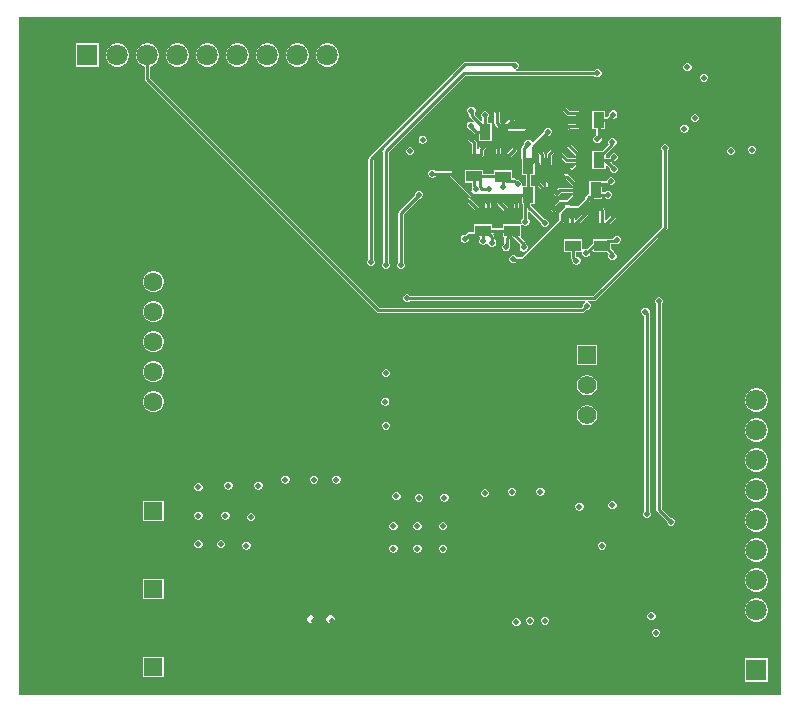
<source format=gbr>
%TF.GenerationSoftware,Altium Limited,Altium Designer,24.6.1 (21)*%
G04 Layer_Physical_Order=4*
G04 Layer_Color=16711680*
%FSLAX45Y45*%
%MOMM*%
%TF.SameCoordinates,D96B88A3-C1BF-4694-92A9-412EC26ABF2C*%
%TF.FilePolarity,Positive*%
%TF.FileFunction,Copper,L4,Bot,Signal*%
%TF.Part,Single*%
G01*
G75*
%TA.AperFunction,Conductor*%
%ADD10C,0.25400*%
%TA.AperFunction,SMDPad,CuDef*%
%ADD22R,0.95000X1.35000*%
%ADD23R,1.35000X0.95000*%
%TA.AperFunction,ComponentPad*%
%ADD24C,1.60500*%
%ADD25R,1.57500X1.57500*%
%ADD26C,1.57500*%
%ADD27C,1.80000*%
%ADD28R,1.80000X1.80000*%
%ADD29R,1.80000X1.80000*%
%TA.AperFunction,ViaPad*%
%ADD30C,0.50800*%
G36*
X10942214Y3802486D02*
X4488286D01*
Y9545213D01*
X10942214Y9545214D01*
Y3802486D01*
D02*
G37*
%LPC*%
G36*
X7112319Y9319090D02*
X7086281D01*
X7061130Y9312351D01*
X7038580Y9299332D01*
X7020168Y9280920D01*
X7007149Y9258370D01*
X7000410Y9233219D01*
Y9207181D01*
X7007149Y9182030D01*
X7020168Y9159480D01*
X7038580Y9141068D01*
X7061130Y9128049D01*
X7086281Y9121310D01*
X7112319D01*
X7137470Y9128049D01*
X7160020Y9141068D01*
X7178432Y9159480D01*
X7191451Y9182030D01*
X7198190Y9207181D01*
Y9233219D01*
X7191451Y9258370D01*
X7178432Y9280920D01*
X7160020Y9299332D01*
X7137470Y9312351D01*
X7112319Y9319090D01*
D02*
G37*
G36*
X6858319D02*
X6832281D01*
X6807130Y9312351D01*
X6784580Y9299332D01*
X6766168Y9280920D01*
X6753149Y9258370D01*
X6746410Y9233219D01*
Y9207181D01*
X6753149Y9182030D01*
X6766168Y9159480D01*
X6784580Y9141068D01*
X6807130Y9128049D01*
X6832281Y9121310D01*
X6858319D01*
X6883470Y9128049D01*
X6906020Y9141068D01*
X6924432Y9159480D01*
X6937451Y9182030D01*
X6944190Y9207181D01*
Y9233219D01*
X6937451Y9258370D01*
X6924432Y9280920D01*
X6906020Y9299332D01*
X6883470Y9312351D01*
X6858319Y9319090D01*
D02*
G37*
G36*
X6604319D02*
X6578281D01*
X6553130Y9312351D01*
X6530580Y9299332D01*
X6512168Y9280920D01*
X6499149Y9258370D01*
X6492410Y9233219D01*
Y9207181D01*
X6499149Y9182030D01*
X6512168Y9159480D01*
X6530580Y9141068D01*
X6553130Y9128049D01*
X6578281Y9121310D01*
X6604319D01*
X6629470Y9128049D01*
X6652020Y9141068D01*
X6670432Y9159480D01*
X6683451Y9182030D01*
X6690190Y9207181D01*
Y9233219D01*
X6683451Y9258370D01*
X6670432Y9280920D01*
X6652020Y9299332D01*
X6629470Y9312351D01*
X6604319Y9319090D01*
D02*
G37*
G36*
X6350319D02*
X6324281D01*
X6299130Y9312351D01*
X6276580Y9299332D01*
X6258168Y9280920D01*
X6245149Y9258370D01*
X6238410Y9233219D01*
Y9207181D01*
X6245149Y9182030D01*
X6258168Y9159480D01*
X6276580Y9141068D01*
X6299130Y9128049D01*
X6324281Y9121310D01*
X6350319D01*
X6375470Y9128049D01*
X6398020Y9141068D01*
X6416432Y9159480D01*
X6429451Y9182030D01*
X6436190Y9207181D01*
Y9233219D01*
X6429451Y9258370D01*
X6416432Y9280920D01*
X6398020Y9299332D01*
X6375470Y9312351D01*
X6350319Y9319090D01*
D02*
G37*
G36*
X6096319D02*
X6070281D01*
X6045130Y9312351D01*
X6022580Y9299332D01*
X6004168Y9280920D01*
X5991149Y9258370D01*
X5984410Y9233219D01*
Y9207181D01*
X5991149Y9182030D01*
X6004168Y9159480D01*
X6022580Y9141068D01*
X6045130Y9128049D01*
X6070281Y9121310D01*
X6096319D01*
X6121470Y9128049D01*
X6144020Y9141068D01*
X6162432Y9159480D01*
X6175451Y9182030D01*
X6182190Y9207181D01*
Y9233219D01*
X6175451Y9258370D01*
X6162432Y9280920D01*
X6144020Y9299332D01*
X6121470Y9312351D01*
X6096319Y9319090D01*
D02*
G37*
G36*
X5842319D02*
X5816281D01*
X5791130Y9312351D01*
X5768580Y9299332D01*
X5750168Y9280920D01*
X5737149Y9258370D01*
X5730410Y9233219D01*
Y9207181D01*
X5737149Y9182030D01*
X5750168Y9159480D01*
X5768580Y9141068D01*
X5791130Y9128049D01*
X5816281Y9121310D01*
X5842319D01*
X5867470Y9128049D01*
X5890020Y9141068D01*
X5908432Y9159480D01*
X5921451Y9182030D01*
X5928190Y9207181D01*
Y9233219D01*
X5921451Y9258370D01*
X5908432Y9280920D01*
X5890020Y9299332D01*
X5867470Y9312351D01*
X5842319Y9319090D01*
D02*
G37*
G36*
X5334319D02*
X5308281D01*
X5283130Y9312351D01*
X5260580Y9299332D01*
X5242168Y9280920D01*
X5229149Y9258370D01*
X5222410Y9233219D01*
Y9207181D01*
X5229149Y9182030D01*
X5242168Y9159480D01*
X5260580Y9141068D01*
X5283130Y9128049D01*
X5308281Y9121310D01*
X5334319D01*
X5359470Y9128049D01*
X5382020Y9141068D01*
X5400432Y9159480D01*
X5413451Y9182030D01*
X5420190Y9207181D01*
Y9233219D01*
X5413451Y9258370D01*
X5400432Y9280920D01*
X5382020Y9299332D01*
X5359470Y9312351D01*
X5334319Y9319090D01*
D02*
G37*
G36*
X5166190D02*
X4968410D01*
Y9121310D01*
X5166190D01*
Y9319090D01*
D02*
G37*
G36*
X10154121Y9152890D02*
X10140479D01*
X10127876Y9147670D01*
X10118230Y9138024D01*
X10113010Y9125421D01*
Y9111779D01*
X10118230Y9099176D01*
X10127876Y9089530D01*
X10140479Y9084310D01*
X10154121D01*
X10166724Y9089530D01*
X10176370Y9099176D01*
X10181590Y9111779D01*
Y9125421D01*
X10176370Y9138024D01*
X10166724Y9147670D01*
X10154121Y9152890D01*
D02*
G37*
G36*
X8674100Y9166013D02*
X8267700D01*
X8259276Y9164337D01*
X8252135Y9159566D01*
X7452035Y8359465D01*
X7447263Y8352324D01*
X7445587Y8343900D01*
Y7494081D01*
X7438530Y7487024D01*
X7433310Y7474421D01*
Y7460779D01*
X7438530Y7448176D01*
X7448176Y7438530D01*
X7460779Y7433310D01*
X7474421D01*
X7487024Y7438530D01*
X7496670Y7448176D01*
X7501890Y7460779D01*
Y7474421D01*
X7496670Y7487024D01*
X7489613Y7494081D01*
Y8334782D01*
X7563884Y8409053D01*
X7567195Y8408424D01*
X7572587Y8405184D01*
Y7468681D01*
X7565530Y7461624D01*
X7560310Y7449021D01*
Y7435379D01*
X7565530Y7422776D01*
X7575176Y7413130D01*
X7587779Y7407910D01*
X7601421D01*
X7614024Y7413130D01*
X7623670Y7422776D01*
X7628890Y7435379D01*
Y7449021D01*
X7623670Y7461624D01*
X7616613Y7468681D01*
Y8398282D01*
X8264118Y9045787D01*
X9358819D01*
X9365876Y9038730D01*
X9378479Y9033510D01*
X9392121D01*
X9404724Y9038730D01*
X9414370Y9048376D01*
X9419590Y9060979D01*
Y9074621D01*
X9414370Y9087224D01*
X9404724Y9096870D01*
X9392121Y9102090D01*
X9378479D01*
X9365876Y9096870D01*
X9358819Y9089813D01*
X8699476D01*
X8697708Y9098703D01*
X8706224Y9102230D01*
X8715870Y9111876D01*
X8721090Y9124479D01*
Y9138121D01*
X8715870Y9150724D01*
X8706224Y9160370D01*
X8693621Y9165590D01*
X8679979D01*
X8678762Y9165086D01*
X8674100Y9166013D01*
D02*
G37*
G36*
X10293821Y9063990D02*
X10280179D01*
X10267576Y9058770D01*
X10257930Y9049124D01*
X10252710Y9036521D01*
Y9022879D01*
X10257930Y9010276D01*
X10267576Y9000630D01*
X10280179Y8995410D01*
X10293821D01*
X10306424Y9000630D01*
X10316070Y9010276D01*
X10321290Y9022879D01*
Y9036521D01*
X10316070Y9049124D01*
X10306424Y9058770D01*
X10293821Y9063990D01*
D02*
G37*
G36*
X9526474Y8751836D02*
X9512833D01*
X9500230Y8746616D01*
X9490584Y8736970D01*
X9485364Y8724367D01*
Y8717297D01*
X9464180Y8696113D01*
X9451990D01*
Y8750490D01*
X9339210D01*
Y8597710D01*
X9373587D01*
Y8541264D01*
X9365876Y8538070D01*
X9356230Y8528424D01*
X9351010Y8515821D01*
Y8502179D01*
X9356230Y8489576D01*
X9365876Y8479930D01*
X9378479Y8474710D01*
X9392121D01*
X9404724Y8479930D01*
X9414370Y8489576D01*
X9419590Y8502179D01*
Y8515821D01*
X9417613Y8520593D01*
Y8597710D01*
X9451990D01*
Y8652087D01*
X9473298D01*
X9481721Y8653763D01*
X9488863Y8658535D01*
X9513584Y8683256D01*
X9526474D01*
X9539077Y8688476D01*
X9548724Y8698122D01*
X9553944Y8710725D01*
Y8724367D01*
X9548724Y8736970D01*
X9539077Y8746616D01*
X9526474Y8751836D01*
D02*
G37*
G36*
X10217621Y8721090D02*
X10203979D01*
X10191376Y8715870D01*
X10181730Y8706224D01*
X10176510Y8693621D01*
Y8679979D01*
X10181730Y8667376D01*
X10191376Y8657730D01*
X10203979Y8652510D01*
X10217621D01*
X10230224Y8657730D01*
X10239870Y8667376D01*
X10245090Y8679979D01*
Y8693621D01*
X10239870Y8706224D01*
X10230224Y8715870D01*
X10217621Y8721090D01*
D02*
G37*
G36*
X8325321Y8784590D02*
X8311679D01*
X8299076Y8779370D01*
X8289430Y8769724D01*
X8284210Y8757121D01*
Y8743479D01*
X8289430Y8730876D01*
X8299076Y8721230D01*
X8301347Y8720290D01*
Y8704340D01*
X8303023Y8695916D01*
X8307794Y8688775D01*
X8337279Y8659290D01*
X8332523Y8652370D01*
X8319921Y8657590D01*
X8306279D01*
X8293676Y8652370D01*
X8284030Y8642724D01*
X8278810Y8630121D01*
Y8616479D01*
X8284030Y8603876D01*
X8293676Y8594230D01*
X8306279Y8589010D01*
X8308959D01*
X8341035Y8556935D01*
X8348176Y8552163D01*
X8356600Y8550487D01*
X8378810D01*
Y8496110D01*
X8491590D01*
Y8648890D01*
X8454813D01*
Y8685719D01*
X8461870Y8692776D01*
X8467090Y8705379D01*
Y8719021D01*
X8461870Y8731624D01*
X8452224Y8741270D01*
X8439621Y8746490D01*
X8425979D01*
X8413376Y8741270D01*
X8403730Y8731624D01*
X8398510Y8719021D01*
Y8705379D01*
X8403730Y8692776D01*
X8410787Y8685719D01*
Y8660616D01*
X8401897Y8656934D01*
X8345373Y8713458D01*
Y8728679D01*
X8347570Y8730876D01*
X8352790Y8743479D01*
Y8757121D01*
X8347570Y8769724D01*
X8337924Y8779370D01*
X8325321Y8784590D01*
D02*
G37*
G36*
X9093200Y8797713D02*
X9084776Y8796037D01*
X9077635Y8791265D01*
X9072863Y8784124D01*
X9071187Y8775700D01*
X9072863Y8767276D01*
X9077635Y8760135D01*
X9124435Y8713334D01*
X9131576Y8708563D01*
X9140000Y8706887D01*
X9201682D01*
X9223587Y8684982D01*
Y8663218D01*
X9201682Y8641313D01*
X9141245D01*
X9132821Y8639637D01*
X9125679Y8634866D01*
X9119486Y8628672D01*
X9115735Y8626165D01*
X9110963Y8619024D01*
X9109287Y8610600D01*
X9110963Y8602176D01*
X9115735Y8595035D01*
X9122876Y8590263D01*
X9131300Y8588587D01*
X9132545D01*
X9140969Y8590263D01*
X9148110Y8595035D01*
X9150363Y8597287D01*
X9210800D01*
X9219224Y8598963D01*
X9226365Y8603735D01*
X9261166Y8638535D01*
X9265937Y8645676D01*
X9267613Y8654100D01*
Y8694100D01*
X9265937Y8702524D01*
X9261166Y8709665D01*
X9226365Y8744465D01*
X9219224Y8749237D01*
X9210800Y8750913D01*
X9149118D01*
X9108765Y8791265D01*
X9101624Y8796037D01*
X9093200Y8797713D01*
D02*
G37*
G36*
X10128721Y8632190D02*
X10115079D01*
X10102476Y8626970D01*
X10092830Y8617324D01*
X10087610Y8604721D01*
Y8591079D01*
X10092830Y8578476D01*
X10102476Y8568830D01*
X10115079Y8563610D01*
X10128721D01*
X10141324Y8568830D01*
X10150970Y8578476D01*
X10156190Y8591079D01*
Y8604721D01*
X10150970Y8617324D01*
X10141324Y8626970D01*
X10128721Y8632190D01*
D02*
G37*
G36*
X8534400Y8772313D02*
X8525976Y8770637D01*
X8518835Y8765865D01*
X8514063Y8758724D01*
X8512387Y8750300D01*
Y8643300D01*
X8514063Y8634876D01*
X8518835Y8627735D01*
X8563187Y8583382D01*
Y8572500D01*
X8564863Y8564076D01*
X8569635Y8556935D01*
X8576776Y8552163D01*
X8585200Y8550487D01*
X8788400D01*
X8796824Y8552163D01*
X8803965Y8556935D01*
X8808737Y8564076D01*
X8810413Y8572500D01*
X8808737Y8580924D01*
X8803965Y8588065D01*
X8796824Y8592837D01*
X8788400Y8594513D01*
X8629959D01*
X8626557Y8602726D01*
X8674276Y8650445D01*
X8679047Y8657586D01*
X8680472Y8664748D01*
X8683907Y8669889D01*
X8685583Y8678313D01*
X8683907Y8686737D01*
X8679135Y8693878D01*
X8671994Y8698650D01*
X8663570Y8700326D01*
X8655146Y8698650D01*
X8648004Y8693878D01*
X8643145Y8689019D01*
X8638373Y8681877D01*
X8637113Y8675544D01*
X8585200Y8623631D01*
X8556413Y8652418D01*
Y8750300D01*
X8554737Y8758724D01*
X8549965Y8765865D01*
X8542824Y8770637D01*
X8534400Y8772313D01*
D02*
G37*
G36*
X8973021Y8606790D02*
X8959379D01*
X8946776Y8601570D01*
X8937130Y8591924D01*
X8931910Y8579321D01*
Y8569341D01*
X8843603Y8481034D01*
X8833143Y8483146D01*
X8830170Y8490324D01*
X8820524Y8499970D01*
X8807921Y8505190D01*
X8794279D01*
X8781676Y8499970D01*
X8772030Y8490324D01*
X8766810Y8477721D01*
Y8467741D01*
X8747435Y8448365D01*
X8742663Y8441224D01*
X8740987Y8432800D01*
Y8350079D01*
X8742663Y8341655D01*
X8744287Y8339224D01*
Y8315200D01*
X8744710Y8313074D01*
Y8204010D01*
X8779087D01*
Y8115490D01*
X8753756D01*
X8746490Y8121179D01*
X8746490Y8123643D01*
Y8134821D01*
X8741270Y8147424D01*
X8731624Y8157070D01*
X8719021Y8162290D01*
X8707796D01*
X8696621Y8173465D01*
X8689479Y8178237D01*
X8681055Y8179913D01*
X8661590D01*
Y8249090D01*
X8508810D01*
Y8215913D01*
X8420290D01*
Y8250290D01*
X8267510D01*
Y8137510D01*
X8321887D01*
Y8109473D01*
X8323563Y8101049D01*
X8324290Y8099961D01*
X8322761Y8096269D01*
Y8082628D01*
X8325012Y8077194D01*
X8317475Y8072158D01*
X8157168Y8232465D01*
X8150026Y8237237D01*
X8141602Y8238913D01*
X8014781D01*
X8007724Y8245970D01*
X7995121Y8251190D01*
X7981479D01*
X7968876Y8245970D01*
X7959230Y8236324D01*
X7954010Y8223721D01*
Y8210079D01*
X7959230Y8197476D01*
X7968876Y8187830D01*
X7981479Y8182610D01*
X7995121D01*
X8007724Y8187830D01*
X8014781Y8194887D01*
X8132485D01*
X8303837Y8023535D01*
X8310979Y8018763D01*
X8319402Y8017087D01*
X8744710D01*
Y7962710D01*
X8753687D01*
Y7836981D01*
X8746630Y7829924D01*
X8741410Y7817321D01*
Y7803679D01*
X8743609Y7798370D01*
X8736671Y7791890D01*
X8730019Y7791890D01*
X8585010D01*
Y7756313D01*
X8496490D01*
Y7790690D01*
X8343710D01*
Y7721513D01*
X8298018D01*
X8289594Y7719837D01*
X8282452Y7715065D01*
X8267036Y7699649D01*
X8253620D01*
X8241017Y7694429D01*
X8231371Y7684783D01*
X8226150Y7672180D01*
Y7658539D01*
X8231371Y7645936D01*
X8241017Y7636290D01*
X8253620Y7631069D01*
X8267261D01*
X8279864Y7636290D01*
X8289510Y7645936D01*
X8294730Y7658539D01*
Y7665082D01*
X8307136Y7677487D01*
X8365300D01*
X8367426Y7677910D01*
X8390698D01*
X8394381Y7669020D01*
X8391030Y7665669D01*
X8385810Y7653066D01*
Y7639425D01*
X8391030Y7626822D01*
X8400676Y7617176D01*
X8413279Y7611956D01*
X8426921D01*
X8439524Y7617176D01*
X8449170Y7626822D01*
X8451621Y7632741D01*
X8460511Y7630972D01*
Y7624900D01*
X8465732Y7612297D01*
X8475378Y7602651D01*
X8487981Y7597430D01*
X8501622D01*
X8514225Y7602651D01*
X8523871Y7612297D01*
X8529091Y7624900D01*
Y7638541D01*
X8523871Y7651144D01*
X8514225Y7660790D01*
X8511955Y7661731D01*
Y7684458D01*
X8510279Y7692882D01*
X8505507Y7700024D01*
X8502134Y7703397D01*
X8505816Y7712287D01*
X8585010D01*
Y7679110D01*
X8594160D01*
X8597287Y7675300D01*
Y7625001D01*
X8591176Y7622470D01*
X8581530Y7612824D01*
X8576310Y7600221D01*
Y7586579D01*
X8581530Y7573976D01*
X8591176Y7564330D01*
X8603779Y7559110D01*
X8617421D01*
X8630024Y7564330D01*
X8639670Y7573976D01*
X8644890Y7586579D01*
Y7600221D01*
X8641313Y7608857D01*
Y7666182D01*
X8654241Y7679110D01*
X8673959D01*
X8736579Y7616490D01*
X8731434Y7611344D01*
X8726214Y7598741D01*
Y7585100D01*
X8731434Y7572497D01*
X8741080Y7562851D01*
X8753683Y7557631D01*
X8767324D01*
X8779927Y7562851D01*
X8789573Y7572497D01*
X8794794Y7585100D01*
Y7598741D01*
X8789573Y7611344D01*
X8782517Y7618401D01*
Y7623696D01*
X8780841Y7632120D01*
X8776069Y7639262D01*
X8742767Y7672563D01*
X8737790Y7679110D01*
X8737790D01*
X8737790Y7679110D01*
Y7783463D01*
X8737790Y7783538D01*
X8737790Y7783539D01*
X8737790Y7789187D01*
X8746386Y7791024D01*
X8746679Y7791026D01*
X8747690Y7790017D01*
X8756276Y7781430D01*
X8768879Y7776210D01*
X8782521D01*
X8795124Y7781430D01*
X8804770Y7791076D01*
X8809990Y7803679D01*
Y7817321D01*
X8804770Y7829924D01*
X8797713Y7836981D01*
Y7898141D01*
X8805926Y7901543D01*
X8906510Y7800959D01*
Y7790979D01*
X8911730Y7778376D01*
X8921376Y7768730D01*
X8933979Y7763510D01*
X8947621D01*
X8960224Y7768730D01*
X8969870Y7778376D01*
X8975090Y7790979D01*
Y7804621D01*
X8969870Y7817224D01*
X8960224Y7826870D01*
X8947621Y7832090D01*
X8937641D01*
X8823113Y7946618D01*
Y7962710D01*
X8857490D01*
Y8115490D01*
X8823113D01*
Y8204010D01*
X8857490D01*
Y8313074D01*
X8857913Y8315200D01*
Y8433082D01*
X8963041Y8538210D01*
X8973021D01*
X8985624Y8543430D01*
X8995270Y8553076D01*
X9000490Y8565679D01*
Y8579321D01*
X8995270Y8591924D01*
X8985624Y8601570D01*
X8973021Y8606790D01*
D02*
G37*
G36*
X7912018Y8537493D02*
X7898377D01*
X7885774Y8532272D01*
X7876128Y8522626D01*
X7870907Y8510023D01*
Y8496382D01*
X7876128Y8483779D01*
X7885774Y8474133D01*
X7898377Y8468913D01*
X7912018D01*
X7924621Y8474133D01*
X7934267Y8483779D01*
X7939487Y8496382D01*
Y8510023D01*
X7934267Y8522626D01*
X7924621Y8532272D01*
X7912018Y8537493D01*
D02*
G37*
G36*
X10700221Y8454390D02*
X10686579D01*
X10673976Y8449170D01*
X10664330Y8439524D01*
X10659110Y8426921D01*
Y8413279D01*
X10664330Y8400676D01*
X10673976Y8391030D01*
X10686579Y8385810D01*
X10700221D01*
X10712824Y8391030D01*
X10722470Y8400676D01*
X10727690Y8413279D01*
Y8426921D01*
X10722470Y8439524D01*
X10712824Y8449170D01*
X10700221Y8454390D01*
D02*
G37*
G36*
X10522421Y8441690D02*
X10508779D01*
X10496176Y8436470D01*
X10486530Y8426824D01*
X10481310Y8414221D01*
Y8400579D01*
X10486530Y8387976D01*
X10496176Y8378330D01*
X10508779Y8373110D01*
X10522421D01*
X10535024Y8378330D01*
X10544670Y8387976D01*
X10549890Y8400579D01*
Y8414221D01*
X10544670Y8426824D01*
X10535024Y8436470D01*
X10522421Y8441690D01*
D02*
G37*
G36*
X7804621D02*
X7790979D01*
X7778376Y8436470D01*
X7768730Y8426824D01*
X7763510Y8414221D01*
Y8400579D01*
X7768730Y8387976D01*
X7778376Y8378330D01*
X7790979Y8373110D01*
X7804621D01*
X7817224Y8378330D01*
X7826870Y8387976D01*
X7832090Y8400579D01*
Y8414221D01*
X7826870Y8426824D01*
X7817224Y8436470D01*
X7804621Y8441690D01*
D02*
G37*
G36*
X8686800Y8467513D02*
X8678376Y8465837D01*
X8671235Y8461066D01*
X8670355Y8460186D01*
X8665583Y8453044D01*
X8663907Y8444620D01*
Y8432538D01*
X8596082Y8364713D01*
X8591018D01*
X8569113Y8386618D01*
Y8445500D01*
X8567437Y8453924D01*
X8562665Y8461065D01*
X8555524Y8465837D01*
X8547100Y8467513D01*
X8538676Y8465837D01*
X8531535Y8461065D01*
X8526763Y8453924D01*
X8525087Y8445500D01*
Y8377500D01*
X8526763Y8369076D01*
X8531535Y8361935D01*
X8566335Y8327134D01*
X8573476Y8322363D01*
X8581900Y8320687D01*
X8605200D01*
X8613624Y8322363D01*
X8620765Y8327135D01*
X8701486Y8407855D01*
X8706257Y8414996D01*
X8707933Y8423420D01*
Y8441077D01*
X8708813Y8445500D01*
X8707137Y8453924D01*
X8702366Y8461066D01*
X8695224Y8465837D01*
X8686800Y8467513D01*
D02*
G37*
G36*
X9131300Y8492913D02*
X9122876Y8491237D01*
X9115735Y8486465D01*
X9110963Y8479324D01*
X9109287Y8470900D01*
X9110963Y8462476D01*
X9111117Y8462246D01*
X9111843Y8458596D01*
X9116614Y8451455D01*
X9206642Y8361426D01*
X9203240Y8353213D01*
X9134591D01*
X9102939Y8384865D01*
X9095797Y8389637D01*
X9087373Y8391313D01*
X9080500D01*
X9072076Y8389637D01*
X9064935Y8384865D01*
X9060163Y8377724D01*
X9058487Y8369300D01*
X9060163Y8360876D01*
X9064935Y8353735D01*
X9072076Y8348963D01*
X9077698Y8347844D01*
X9109908Y8315635D01*
X9117049Y8310863D01*
X9125473Y8309187D01*
X9203240D01*
X9206642Y8300974D01*
X9170862Y8265193D01*
X9144880D01*
X9136456Y8263517D01*
X9129314Y8258745D01*
X9128435Y8257865D01*
X9123663Y8250724D01*
X9121987Y8242300D01*
X9123663Y8233876D01*
X9128435Y8226735D01*
X9135576Y8221963D01*
X9144000Y8220287D01*
X9148423Y8221167D01*
X9179980D01*
X9188404Y8222843D01*
X9195545Y8227614D01*
X9263565Y8295635D01*
X9268337Y8302776D01*
X9270013Y8311200D01*
Y8351200D01*
X9268337Y8359624D01*
X9263565Y8366765D01*
X9152674Y8477657D01*
X9152517Y8478444D01*
X9147745Y8485586D01*
X9146865Y8486465D01*
X9139724Y8491237D01*
X9131300Y8492913D01*
D02*
G37*
G36*
X8313100Y8535321D02*
X8304676Y8533645D01*
X8297535Y8528873D01*
X8292763Y8521732D01*
X8291087Y8513308D01*
Y8506435D01*
X8292763Y8498011D01*
X8297535Y8490869D01*
X8321887Y8466516D01*
Y8343900D01*
X8323563Y8335476D01*
X8328335Y8328335D01*
X8335476Y8323563D01*
X8343900Y8321887D01*
X8363900D01*
X8372324Y8323563D01*
X8379465Y8328335D01*
X8414266Y8363135D01*
X8419037Y8370276D01*
X8420713Y8378700D01*
Y8413737D01*
X8435665Y8428690D01*
X8440437Y8435831D01*
X8442113Y8444255D01*
Y8445500D01*
X8440437Y8453924D01*
X8435665Y8461065D01*
X8428524Y8465837D01*
X8420100Y8467513D01*
X8411676Y8465837D01*
X8404535Y8461065D01*
X8402028Y8457314D01*
X8383135Y8438421D01*
X8378363Y8431279D01*
X8376687Y8422855D01*
Y8393819D01*
X8374803Y8392560D01*
X8365913Y8397312D01*
Y8475635D01*
X8364237Y8484058D01*
X8359466Y8491200D01*
X8334556Y8516110D01*
X8333437Y8521732D01*
X8328665Y8528873D01*
X8321524Y8533645D01*
X8313100Y8535321D01*
D02*
G37*
G36*
X9017000Y8442113D02*
X9008576Y8440437D01*
X9001435Y8435665D01*
X8963335Y8397565D01*
X8958563Y8390424D01*
X8956887Y8382000D01*
Y8318317D01*
X8949895Y8312736D01*
X8938313Y8324318D01*
Y8386927D01*
X8936637Y8395350D01*
X8931866Y8402492D01*
X8924156Y8410202D01*
X8923037Y8415824D01*
X8918265Y8422965D01*
X8911124Y8427737D01*
X8902700Y8429413D01*
X8894276Y8427737D01*
X8887135Y8422965D01*
X8882363Y8415824D01*
X8880687Y8407400D01*
Y8400527D01*
X8882363Y8392103D01*
X8887135Y8384961D01*
X8894287Y8377808D01*
Y8315200D01*
X8895963Y8306776D01*
X8900735Y8299635D01*
X8935535Y8264834D01*
X8942676Y8260063D01*
X8951100Y8258387D01*
X8959524Y8260063D01*
X8966666Y8264834D01*
X8966667Y8264836D01*
X8994466Y8292634D01*
X8999237Y8299776D01*
X9000913Y8308200D01*
Y8372882D01*
X9032565Y8404535D01*
X9037337Y8411676D01*
X9039013Y8420100D01*
X9037337Y8428524D01*
X9032565Y8435665D01*
X9025424Y8440437D01*
X9017000Y8442113D01*
D02*
G37*
G36*
X9519121Y8517890D02*
X9505479D01*
X9492876Y8512670D01*
X9483230Y8503024D01*
X9478010Y8490421D01*
Y8476779D01*
X9482239Y8466570D01*
X9423259Y8407590D01*
X9341610D01*
Y8254810D01*
X9454390D01*
Y8282864D01*
X9462603Y8286266D01*
X9490710Y8258159D01*
Y8248179D01*
X9495930Y8235576D01*
X9505576Y8225930D01*
X9518179Y8220710D01*
X9531821D01*
X9544424Y8225930D01*
X9554070Y8235576D01*
X9559290Y8248179D01*
Y8261821D01*
X9554070Y8274424D01*
X9544424Y8284070D01*
X9531821Y8289290D01*
X9521841D01*
X9508333Y8302797D01*
X9510413Y8313291D01*
X9513921Y8315635D01*
X9520596Y8322310D01*
X9531821D01*
X9544424Y8327530D01*
X9554070Y8337176D01*
X9559290Y8349779D01*
Y8363421D01*
X9554070Y8376024D01*
X9544424Y8385670D01*
X9531821Y8390890D01*
X9518179D01*
X9505576Y8385670D01*
X9495930Y8376024D01*
X9490710Y8363421D01*
Y8354686D01*
X9489237Y8353213D01*
X9454390D01*
Y8376459D01*
X9526986Y8449054D01*
X9530231Y8453912D01*
X9531724Y8454530D01*
X9541370Y8464176D01*
X9546590Y8476779D01*
Y8490421D01*
X9541370Y8503024D01*
X9531724Y8512670D01*
X9519121Y8517890D01*
D02*
G37*
G36*
X9092000Y8213513D02*
X9083576Y8211837D01*
X9076435Y8207065D01*
X9071663Y8199924D01*
X9069987Y8191500D01*
X9071663Y8183076D01*
X9076435Y8175935D01*
X9077315Y8175055D01*
X9084456Y8170283D01*
X9092880Y8168607D01*
X9118862D01*
X9180043Y8107426D01*
X9176641Y8099213D01*
X9067845D01*
X9059421Y8097537D01*
X9052279Y8092765D01*
X9029386Y8069872D01*
X9025635Y8067365D01*
X9020863Y8060224D01*
X9019187Y8051800D01*
X9020863Y8043376D01*
X9025635Y8036235D01*
X9032776Y8031463D01*
X9041200Y8029787D01*
X9042445D01*
X9050869Y8031463D01*
X9058010Y8036235D01*
X9076963Y8055187D01*
X9176641D01*
X9180043Y8046974D01*
X9125835Y7992766D01*
X9071359D01*
X9062935Y7991091D01*
X9055793Y7986319D01*
X8999287Y7929813D01*
X8994515Y7922671D01*
X8992840Y7914247D01*
X8994515Y7905823D01*
X8999287Y7898682D01*
X9006429Y7893910D01*
X9014853Y7892235D01*
X9023277Y7893910D01*
X9030418Y7898682D01*
X9080477Y7948741D01*
X9111282D01*
X9112380Y7947245D01*
X9111017Y7935648D01*
X9066335Y7890965D01*
X9061563Y7883824D01*
X9059887Y7875400D01*
Y7821018D01*
X8749022Y7510153D01*
X8704110D01*
X8703170Y7512424D01*
X8693524Y7522070D01*
X8680921Y7527290D01*
X8667279D01*
X8654676Y7522070D01*
X8645030Y7512424D01*
X8639810Y7499821D01*
Y7486179D01*
X8645030Y7473576D01*
X8654676Y7463930D01*
X8667279Y7458710D01*
X8680921D01*
X8693524Y7463930D01*
X8695721Y7466127D01*
X8758140D01*
X8766564Y7467803D01*
X8773706Y7472575D01*
X9097465Y7796334D01*
X9102237Y7803476D01*
X9103913Y7811900D01*
Y7866282D01*
X9135701Y7898070D01*
X9225527D01*
X9233951Y7899745D01*
X9241092Y7904517D01*
X9317165Y7980590D01*
X9321937Y7987732D01*
X9323613Y7996155D01*
Y7998282D01*
X9325718Y8000387D01*
X9336600D01*
X9338726Y8000810D01*
X9427790D01*
Y8017087D01*
X9446520D01*
X9453576Y8010030D01*
X9466179Y8004810D01*
X9479821D01*
X9492424Y8010030D01*
X9502070Y8019676D01*
X9507290Y8032279D01*
Y8045921D01*
X9502070Y8058524D01*
X9492424Y8068170D01*
X9479821Y8073390D01*
X9466179D01*
X9453576Y8068170D01*
X9446520Y8061113D01*
X9427790D01*
Y8109874D01*
X9427813Y8109987D01*
X9471327D01*
X9479751Y8111663D01*
X9486892Y8116435D01*
X9490508Y8120051D01*
X9492779Y8119110D01*
X9506421D01*
X9519024Y8124330D01*
X9528670Y8133976D01*
X9533890Y8146579D01*
Y8160221D01*
X9528670Y8172824D01*
X9519024Y8182470D01*
X9506421Y8187690D01*
X9492779D01*
X9480176Y8182470D01*
X9470530Y8172824D01*
X9465310Y8160221D01*
Y8157114D01*
X9462209Y8154013D01*
X9406200D01*
X9404074Y8153590D01*
X9315010D01*
Y8044097D01*
X9308176Y8042737D01*
X9301035Y8037966D01*
X9286035Y8022965D01*
X9281263Y8015824D01*
X9279587Y8007400D01*
Y8005273D01*
X9216409Y7942095D01*
X9150253D01*
X9149155Y7943591D01*
X9150519Y7955188D01*
X9236966Y8041635D01*
X9241737Y8048776D01*
X9243413Y8057200D01*
Y8097200D01*
X9241737Y8105624D01*
X9236965Y8112765D01*
X9143545Y8206186D01*
X9136404Y8210957D01*
X9127980Y8212633D01*
X9096423D01*
X9092000Y8213513D01*
D02*
G37*
G36*
X8973815Y8179472D02*
X8965391Y8177796D01*
X8958250Y8173024D01*
X8953478Y8165883D01*
X8951802Y8157459D01*
Y8108944D01*
X8943589Y8105542D01*
X8892865Y8156265D01*
X8885724Y8161037D01*
X8877300Y8162713D01*
X8868876Y8161037D01*
X8861735Y8156265D01*
X8856963Y8149124D01*
X8855287Y8140700D01*
X8856963Y8132276D01*
X8861735Y8125135D01*
X8929087Y8057782D01*
Y8039100D01*
X8930763Y8030676D01*
X8935535Y8023535D01*
X8942676Y8018763D01*
X8951100Y8017087D01*
X8959524Y8018763D01*
X8966666Y8023535D01*
X8989380Y8046249D01*
X8994152Y8053391D01*
X8995828Y8061815D01*
Y8157459D01*
X8994152Y8165883D01*
X8989380Y8173024D01*
X8982239Y8177796D01*
X8973815Y8179472D01*
D02*
G37*
G36*
X8699500Y7997613D02*
X8691076Y7995937D01*
X8683935Y7991165D01*
X8679163Y7984024D01*
X8677487Y7975600D01*
Y7929418D01*
X8658287Y7910219D01*
X8647813D01*
X8582539Y7975492D01*
X8581017Y7983144D01*
X8576245Y7990286D01*
X8575365Y7991165D01*
X8568224Y7995937D01*
X8559800Y7997613D01*
X8551376Y7995937D01*
X8544235Y7991165D01*
X8539463Y7984024D01*
X8537787Y7975600D01*
X8538667Y7971177D01*
Y7966220D01*
X8540343Y7957796D01*
X8545114Y7950655D01*
X8625834Y7869935D01*
X8632976Y7865163D01*
X8641400Y7863487D01*
X8664700D01*
X8673124Y7865163D01*
X8680265Y7869935D01*
X8715066Y7904735D01*
X8719837Y7911876D01*
X8721513Y7920300D01*
Y7975600D01*
X8719837Y7984024D01*
X8715065Y7991165D01*
X8707924Y7995937D01*
X8699500Y7997613D01*
D02*
G37*
G36*
X8280400Y8010313D02*
X8271976Y8008637D01*
X8264835Y8003865D01*
X8260063Y7996724D01*
X8258387Y7988300D01*
X8260063Y7979876D01*
X8264835Y7972735D01*
X8265714Y7971855D01*
X8272856Y7967083D01*
X8281280Y7965407D01*
X8287862D01*
X8384535Y7868735D01*
X8391676Y7863963D01*
X8400100Y7862287D01*
X8423400D01*
X8431824Y7863963D01*
X8438965Y7868735D01*
X8473766Y7903535D01*
X8478537Y7910676D01*
X8480213Y7919100D01*
Y7975600D01*
X8478537Y7984024D01*
X8473765Y7991165D01*
X8466624Y7995937D01*
X8458200Y7997613D01*
X8449776Y7995937D01*
X8442635Y7991165D01*
X8437863Y7984024D01*
X8436187Y7975600D01*
Y7928218D01*
X8416987Y7909018D01*
X8406513D01*
X8312545Y8002986D01*
X8305404Y8007757D01*
X8296980Y8009433D01*
X8284823D01*
X8280400Y8010313D01*
D02*
G37*
G36*
X9283700Y7896013D02*
X9275276Y7894337D01*
X9268134Y7889565D01*
X9199626Y7821057D01*
X9191413Y7824459D01*
Y7848600D01*
X9189737Y7857024D01*
X9184965Y7864165D01*
X9177824Y7868937D01*
X9169400Y7870613D01*
X9160976Y7868937D01*
X9153835Y7864165D01*
X9149063Y7857024D01*
X9147387Y7848600D01*
Y7770000D01*
X9149063Y7761576D01*
X9153835Y7754435D01*
X9166535Y7741735D01*
X9173676Y7736963D01*
X9182100Y7735287D01*
X9190524Y7736963D01*
X9197666Y7741735D01*
X9202437Y7748876D01*
X9204113Y7757300D01*
Y7763282D01*
X9299265Y7858434D01*
X9304037Y7865576D01*
X9305713Y7874000D01*
X9304037Y7882424D01*
X9299265Y7889565D01*
X9292124Y7894337D01*
X9283700Y7896013D01*
D02*
G37*
G36*
X9410700Y7946813D02*
X9402276Y7945137D01*
X9395135Y7940365D01*
X9390363Y7933224D01*
X9388687Y7924800D01*
Y7923555D01*
X9390363Y7915131D01*
X9395135Y7907990D01*
X9401387Y7901737D01*
Y7758500D01*
X9403063Y7750076D01*
X9407835Y7742935D01*
X9414976Y7738163D01*
X9423400Y7736487D01*
X9431824Y7738163D01*
X9438965Y7742935D01*
X9541460Y7845430D01*
X9546232Y7852571D01*
X9547908Y7860995D01*
Y7861494D01*
X9546232Y7869918D01*
X9541460Y7877059D01*
X9534319Y7881831D01*
X9525895Y7883507D01*
X9517471Y7881831D01*
X9510330Y7877059D01*
X9509325Y7875556D01*
X9453626Y7819857D01*
X9445413Y7823259D01*
Y7910855D01*
X9443737Y7919279D01*
X9438966Y7926421D01*
X9428772Y7936614D01*
X9426265Y7940365D01*
X9419124Y7945137D01*
X9410700Y7946813D01*
D02*
G37*
G36*
X9557221Y7692390D02*
X9543579D01*
X9530976Y7687170D01*
X9521330Y7677524D01*
X9516273Y7665313D01*
X9478200D01*
X9476074Y7664890D01*
X9347010D01*
Y7629508D01*
X9343636Y7628837D01*
X9336494Y7624065D01*
X9294033Y7581604D01*
X9284053D01*
X9271450Y7576384D01*
X9267380Y7572314D01*
X9258490Y7575996D01*
Y7663690D01*
X9105710D01*
Y7550910D01*
X9160087D01*
Y7506945D01*
X9161763Y7498521D01*
X9166535Y7491379D01*
X9173210Y7484704D01*
Y7473479D01*
X9178430Y7460876D01*
X9188076Y7451230D01*
X9200679Y7446010D01*
X9214321D01*
X9226924Y7451230D01*
X9236570Y7460876D01*
X9241790Y7473479D01*
Y7487121D01*
X9236570Y7499724D01*
X9226924Y7509370D01*
X9214321Y7514590D01*
X9205586D01*
X9204113Y7516063D01*
Y7550910D01*
X9254701D01*
Y7550910D01*
X9256584Y7542555D01*
Y7540494D01*
X9261804Y7527891D01*
X9271450Y7518245D01*
X9284053Y7513024D01*
X9297695D01*
X9310298Y7518245D01*
X9319944Y7527891D01*
X9325164Y7540494D01*
Y7550474D01*
X9338797Y7564106D01*
X9347010Y7560704D01*
Y7552110D01*
X9468659D01*
X9483147Y7537622D01*
X9478010Y7525221D01*
Y7511579D01*
X9483230Y7498976D01*
X9492876Y7489330D01*
X9505479Y7484110D01*
X9519121D01*
X9531724Y7489330D01*
X9541370Y7498976D01*
X9546590Y7511579D01*
Y7525221D01*
X9541370Y7537824D01*
X9531724Y7547470D01*
X9528597Y7548765D01*
X9527777Y7552884D01*
X9523006Y7560025D01*
X9499790Y7583241D01*
Y7621287D01*
X9528727D01*
X9537151Y7622963D01*
X9540393Y7625130D01*
X9543579Y7623810D01*
X9557221D01*
X9569824Y7629030D01*
X9579470Y7638676D01*
X9584690Y7651279D01*
Y7664921D01*
X9579470Y7677524D01*
X9569824Y7687170D01*
X9557221Y7692390D01*
D02*
G37*
G36*
X7880821Y8073390D02*
X7867179D01*
X7854576Y8068170D01*
X7844930Y8058524D01*
X7839710Y8045921D01*
Y8035941D01*
X7706035Y7902265D01*
X7701263Y7895124D01*
X7699587Y7886700D01*
Y7468681D01*
X7692530Y7461624D01*
X7687310Y7449021D01*
Y7435379D01*
X7692530Y7422776D01*
X7702176Y7413130D01*
X7714779Y7407910D01*
X7728421D01*
X7741024Y7413130D01*
X7750670Y7422776D01*
X7755890Y7435379D01*
Y7449021D01*
X7750670Y7461624D01*
X7743613Y7468681D01*
Y7877582D01*
X7870841Y8004810D01*
X7880821D01*
X7893424Y8010030D01*
X7903070Y8019676D01*
X7908290Y8032279D01*
Y8045921D01*
X7903070Y8058524D01*
X7893424Y8068170D01*
X7880821Y8073390D01*
D02*
G37*
G36*
X5637836Y7391640D02*
X5614364D01*
X5591693Y7385565D01*
X5571367Y7373830D01*
X5554770Y7357233D01*
X5543035Y7336907D01*
X5536960Y7314236D01*
Y7290764D01*
X5543035Y7268093D01*
X5554770Y7247767D01*
X5571367Y7231170D01*
X5591693Y7219435D01*
X5614364Y7213360D01*
X5637836D01*
X5660507Y7219435D01*
X5680833Y7231170D01*
X5697430Y7247767D01*
X5709165Y7268093D01*
X5715240Y7290764D01*
Y7314236D01*
X5709165Y7336907D01*
X5697430Y7357233D01*
X5680833Y7373830D01*
X5660507Y7385565D01*
X5637836Y7391640D01*
D02*
G37*
G36*
X5588319Y9319090D02*
X5562281D01*
X5537130Y9312351D01*
X5514580Y9299332D01*
X5496168Y9280920D01*
X5483149Y9258370D01*
X5476410Y9233219D01*
Y9207181D01*
X5483149Y9182030D01*
X5496168Y9159480D01*
X5514580Y9141068D01*
X5537130Y9128049D01*
X5553287Y9123720D01*
Y9017000D01*
X5554963Y9008576D01*
X5559735Y9001435D01*
X7515534Y7045635D01*
X7522676Y7040863D01*
X7531100Y7039187D01*
X9258300D01*
X9266724Y7040863D01*
X9273865Y7045635D01*
X9293241Y7065010D01*
X9303221D01*
X9315824Y7070230D01*
X9325470Y7079876D01*
X9330690Y7092479D01*
Y7106121D01*
X9325470Y7118724D01*
X9315824Y7128370D01*
X9307308Y7131897D01*
X9309076Y7140787D01*
X9359900D01*
X9368324Y7142463D01*
X9375465Y7147235D01*
X9972366Y7744135D01*
X9977137Y7751276D01*
X9978813Y7759700D01*
Y8406319D01*
X9985870Y8413376D01*
X9991090Y8425979D01*
Y8439621D01*
X9985870Y8452224D01*
X9976224Y8461870D01*
X9963621Y8467090D01*
X9949979D01*
X9937376Y8461870D01*
X9927730Y8452224D01*
X9922510Y8439621D01*
Y8425979D01*
X9927730Y8413376D01*
X9934787Y8406319D01*
Y7768818D01*
X9350782Y7184813D01*
X7798881D01*
X7791824Y7191870D01*
X7779221Y7197090D01*
X7765579D01*
X7752976Y7191870D01*
X7743330Y7182224D01*
X7738110Y7169621D01*
Y7155979D01*
X7743330Y7143376D01*
X7752976Y7133730D01*
X7765579Y7128510D01*
X7779221D01*
X7791824Y7133730D01*
X7798881Y7140787D01*
X9283724D01*
X9285492Y7131897D01*
X9276976Y7128370D01*
X9267330Y7118724D01*
X9262110Y7106121D01*
Y7096141D01*
X9249182Y7083213D01*
X7540218D01*
X5597313Y9026118D01*
Y9123720D01*
X5613470Y9128049D01*
X5636020Y9141068D01*
X5654432Y9159480D01*
X5667451Y9182030D01*
X5674190Y9207181D01*
Y9233219D01*
X5667451Y9258370D01*
X5654432Y9280920D01*
X5636020Y9299332D01*
X5613470Y9312351D01*
X5588319Y9319090D01*
D02*
G37*
G36*
X5637836Y7137640D02*
X5614364D01*
X5591693Y7131565D01*
X5571367Y7119830D01*
X5554770Y7103233D01*
X5543035Y7082907D01*
X5536960Y7060236D01*
Y7036764D01*
X5543035Y7014093D01*
X5554770Y6993767D01*
X5571367Y6977170D01*
X5591693Y6965435D01*
X5614364Y6959360D01*
X5637836D01*
X5660507Y6965435D01*
X5680833Y6977170D01*
X5697430Y6993767D01*
X5709165Y7014093D01*
X5715240Y7036764D01*
Y7060236D01*
X5709165Y7082907D01*
X5697430Y7103233D01*
X5680833Y7119830D01*
X5660507Y7131565D01*
X5637836Y7137640D01*
D02*
G37*
G36*
Y6883640D02*
X5614364D01*
X5591693Y6877565D01*
X5571367Y6865830D01*
X5554770Y6849233D01*
X5543035Y6828907D01*
X5536960Y6806236D01*
Y6782764D01*
X5543035Y6760093D01*
X5554770Y6739767D01*
X5571367Y6723170D01*
X5591693Y6711435D01*
X5614364Y6705360D01*
X5637836D01*
X5660507Y6711435D01*
X5680833Y6723170D01*
X5697430Y6739767D01*
X5709165Y6760093D01*
X5715240Y6782764D01*
Y6806236D01*
X5709165Y6828907D01*
X5697430Y6849233D01*
X5680833Y6865830D01*
X5660507Y6877565D01*
X5637836Y6883640D01*
D02*
G37*
G36*
X9384040Y6767840D02*
X9208760D01*
Y6592560D01*
X9384040D01*
Y6767840D01*
D02*
G37*
G36*
X7601421Y6562090D02*
X7587779D01*
X7575176Y6556870D01*
X7565530Y6547224D01*
X7560310Y6534621D01*
Y6520979D01*
X7565530Y6508376D01*
X7575176Y6498730D01*
X7587779Y6493510D01*
X7601421D01*
X7614024Y6498730D01*
X7623670Y6508376D01*
X7628890Y6520979D01*
Y6534621D01*
X7623670Y6547224D01*
X7614024Y6556870D01*
X7601421Y6562090D01*
D02*
G37*
G36*
X5637836Y6629640D02*
X5614364D01*
X5591693Y6623565D01*
X5571367Y6611830D01*
X5554770Y6595233D01*
X5543035Y6574907D01*
X5536960Y6552236D01*
Y6528764D01*
X5543035Y6506093D01*
X5554770Y6485767D01*
X5571367Y6469170D01*
X5591693Y6457435D01*
X5614364Y6451360D01*
X5637836D01*
X5660507Y6457435D01*
X5680833Y6469170D01*
X5697430Y6485767D01*
X5709165Y6506093D01*
X5715240Y6528764D01*
Y6552236D01*
X5709165Y6574907D01*
X5697430Y6595233D01*
X5680833Y6611830D01*
X5660507Y6623565D01*
X5637836Y6629640D01*
D02*
G37*
G36*
X9307938Y6513840D02*
X9284862D01*
X9262572Y6507867D01*
X9242588Y6496329D01*
X9226271Y6480012D01*
X9214733Y6460028D01*
X9208760Y6437738D01*
Y6414662D01*
X9214733Y6392372D01*
X9226271Y6372388D01*
X9242588Y6356071D01*
X9262572Y6344533D01*
X9284862Y6338560D01*
X9307938D01*
X9330228Y6344533D01*
X9350212Y6356071D01*
X9366529Y6372388D01*
X9378067Y6392372D01*
X9384040Y6414662D01*
Y6437738D01*
X9378067Y6460028D01*
X9366529Y6480012D01*
X9350212Y6496329D01*
X9330228Y6507867D01*
X9307938Y6513840D01*
D02*
G37*
G36*
X7595982Y6319280D02*
X7582341D01*
X7569738Y6314060D01*
X7560092Y6304414D01*
X7554871Y6291811D01*
Y6278170D01*
X7560092Y6265567D01*
X7569738Y6255920D01*
X7582341Y6250700D01*
X7595982D01*
X7608585Y6255920D01*
X7618231Y6265567D01*
X7623451Y6278170D01*
Y6291811D01*
X7618231Y6304414D01*
X7608585Y6314060D01*
X7595982Y6319280D01*
D02*
G37*
G36*
X10744519Y6398090D02*
X10718481D01*
X10693330Y6391351D01*
X10670780Y6378332D01*
X10652368Y6359920D01*
X10639349Y6337370D01*
X10632610Y6312219D01*
Y6286181D01*
X10639349Y6261030D01*
X10652368Y6238480D01*
X10670780Y6220068D01*
X10693330Y6207049D01*
X10718481Y6200310D01*
X10744519D01*
X10769670Y6207049D01*
X10792220Y6220068D01*
X10810632Y6238480D01*
X10823651Y6261030D01*
X10830390Y6286181D01*
Y6312219D01*
X10823651Y6337370D01*
X10810632Y6359920D01*
X10792220Y6378332D01*
X10769670Y6391351D01*
X10744519Y6398090D01*
D02*
G37*
G36*
X5637836Y6375640D02*
X5614364D01*
X5591693Y6369565D01*
X5571367Y6357830D01*
X5554770Y6341233D01*
X5543035Y6320907D01*
X5536960Y6298236D01*
Y6274764D01*
X5543035Y6252093D01*
X5554770Y6231767D01*
X5571367Y6215170D01*
X5591693Y6203435D01*
X5614364Y6197360D01*
X5637836D01*
X5660507Y6203435D01*
X5680833Y6215170D01*
X5697430Y6231767D01*
X5709165Y6252093D01*
X5715240Y6274764D01*
Y6298236D01*
X5709165Y6320907D01*
X5697430Y6341233D01*
X5680833Y6357830D01*
X5660507Y6369565D01*
X5637836Y6375640D01*
D02*
G37*
G36*
X9307938Y6259840D02*
X9284862D01*
X9262572Y6253867D01*
X9242588Y6242329D01*
X9226271Y6226012D01*
X9214733Y6206028D01*
X9208760Y6183738D01*
Y6160662D01*
X9214733Y6138372D01*
X9226271Y6118388D01*
X9242588Y6102071D01*
X9262572Y6090533D01*
X9284862Y6084560D01*
X9307938D01*
X9330228Y6090533D01*
X9350212Y6102071D01*
X9366529Y6118388D01*
X9378067Y6138372D01*
X9384040Y6160662D01*
Y6183738D01*
X9378067Y6206028D01*
X9366529Y6226012D01*
X9350212Y6242329D01*
X9330228Y6253867D01*
X9307938Y6259840D01*
D02*
G37*
G36*
X7601421Y6117590D02*
X7587779D01*
X7575176Y6112370D01*
X7565530Y6102724D01*
X7560310Y6090121D01*
Y6076479D01*
X7565530Y6063876D01*
X7575176Y6054230D01*
X7587779Y6049010D01*
X7601421D01*
X7614024Y6054230D01*
X7623670Y6063876D01*
X7628890Y6076479D01*
Y6090121D01*
X7623670Y6102724D01*
X7614024Y6112370D01*
X7601421Y6117590D01*
D02*
G37*
G36*
X10744519Y6144090D02*
X10718481D01*
X10693330Y6137351D01*
X10670780Y6124332D01*
X10652368Y6105920D01*
X10639349Y6083370D01*
X10632610Y6058219D01*
Y6032181D01*
X10639349Y6007030D01*
X10652368Y5984480D01*
X10670780Y5966068D01*
X10693330Y5953049D01*
X10718481Y5946310D01*
X10744519D01*
X10769670Y5953049D01*
X10792220Y5966068D01*
X10810632Y5984480D01*
X10823651Y6007030D01*
X10830390Y6032181D01*
Y6058219D01*
X10823651Y6083370D01*
X10810632Y6105920D01*
X10792220Y6124332D01*
X10769670Y6137351D01*
X10744519Y6144090D01*
D02*
G37*
G36*
Y5890090D02*
X10718481D01*
X10693330Y5883351D01*
X10670780Y5870332D01*
X10652368Y5851920D01*
X10639349Y5829370D01*
X10632610Y5804219D01*
Y5778181D01*
X10639349Y5753030D01*
X10652368Y5730480D01*
X10670780Y5712068D01*
X10693330Y5699049D01*
X10718481Y5692310D01*
X10744519D01*
X10769670Y5699049D01*
X10792220Y5712068D01*
X10810632Y5730480D01*
X10823651Y5753030D01*
X10830390Y5778181D01*
Y5804219D01*
X10823651Y5829370D01*
X10810632Y5851920D01*
X10792220Y5870332D01*
X10769670Y5883351D01*
X10744519Y5890090D01*
D02*
G37*
G36*
X7182321Y5660390D02*
X7168679D01*
X7156076Y5655170D01*
X7146430Y5645524D01*
X7141210Y5632921D01*
Y5619279D01*
X7146430Y5606676D01*
X7156076Y5597030D01*
X7168679Y5591810D01*
X7182321D01*
X7194924Y5597030D01*
X7204570Y5606676D01*
X7209790Y5619279D01*
Y5632921D01*
X7204570Y5645524D01*
X7194924Y5655170D01*
X7182321Y5660390D01*
D02*
G37*
G36*
X6991821D02*
X6978179D01*
X6965576Y5655170D01*
X6955930Y5645524D01*
X6950710Y5632921D01*
Y5619279D01*
X6955930Y5606676D01*
X6965576Y5597030D01*
X6978179Y5591810D01*
X6991821D01*
X7004424Y5597030D01*
X7014070Y5606676D01*
X7019290Y5619279D01*
Y5632921D01*
X7014070Y5645524D01*
X7004424Y5655170D01*
X6991821Y5660390D01*
D02*
G37*
G36*
X6750521D02*
X6736879D01*
X6724276Y5655170D01*
X6714630Y5645524D01*
X6709410Y5632921D01*
Y5619279D01*
X6714630Y5606676D01*
X6724276Y5597030D01*
X6736879Y5591810D01*
X6750521D01*
X6763124Y5597030D01*
X6772770Y5606676D01*
X6777990Y5619279D01*
Y5632921D01*
X6772770Y5645524D01*
X6763124Y5655170D01*
X6750521Y5660390D01*
D02*
G37*
G36*
X6521921Y5609590D02*
X6508279D01*
X6495676Y5604370D01*
X6486030Y5594724D01*
X6480810Y5582121D01*
Y5568479D01*
X6486030Y5555876D01*
X6495676Y5546230D01*
X6508279Y5541010D01*
X6521921D01*
X6534524Y5546230D01*
X6544170Y5555876D01*
X6549390Y5568479D01*
Y5582121D01*
X6544170Y5594724D01*
X6534524Y5604370D01*
X6521921Y5609590D01*
D02*
G37*
G36*
X6267921D02*
X6254279D01*
X6241676Y5604370D01*
X6232030Y5594724D01*
X6226810Y5582121D01*
Y5568479D01*
X6232030Y5555876D01*
X6241676Y5546230D01*
X6254279Y5541010D01*
X6267921D01*
X6280524Y5546230D01*
X6290170Y5555876D01*
X6295390Y5568479D01*
Y5582121D01*
X6290170Y5594724D01*
X6280524Y5604370D01*
X6267921Y5609590D01*
D02*
G37*
G36*
X6013921Y5596890D02*
X6000279D01*
X5987676Y5591670D01*
X5978030Y5582024D01*
X5972810Y5569421D01*
Y5555779D01*
X5978030Y5543176D01*
X5987676Y5533530D01*
X6000279Y5528310D01*
X6013921D01*
X6026524Y5533530D01*
X6036170Y5543176D01*
X6041390Y5555779D01*
Y5569421D01*
X6036170Y5582024D01*
X6026524Y5591670D01*
X6013921Y5596890D01*
D02*
G37*
G36*
X8909521Y5558790D02*
X8895879D01*
X8883276Y5553570D01*
X8873630Y5543924D01*
X8868410Y5531321D01*
Y5517679D01*
X8873630Y5505076D01*
X8883276Y5495430D01*
X8895879Y5490210D01*
X8909521D01*
X8922124Y5495430D01*
X8931770Y5505076D01*
X8936990Y5517679D01*
Y5531321D01*
X8931770Y5543924D01*
X8922124Y5553570D01*
X8909521Y5558790D01*
D02*
G37*
G36*
X8668221D02*
X8654579D01*
X8641976Y5553570D01*
X8632330Y5543924D01*
X8627110Y5531321D01*
Y5517679D01*
X8632330Y5505076D01*
X8641976Y5495430D01*
X8654579Y5490210D01*
X8668221D01*
X8680824Y5495430D01*
X8690470Y5505076D01*
X8695690Y5517679D01*
Y5531321D01*
X8690470Y5543924D01*
X8680824Y5553570D01*
X8668221Y5558790D01*
D02*
G37*
G36*
X8439621Y5546090D02*
X8425979D01*
X8413376Y5540870D01*
X8403730Y5531224D01*
X8398510Y5518621D01*
Y5504979D01*
X8403730Y5492376D01*
X8413376Y5482730D01*
X8425979Y5477510D01*
X8439621D01*
X8452224Y5482730D01*
X8461870Y5492376D01*
X8467090Y5504979D01*
Y5518621D01*
X8461870Y5531224D01*
X8452224Y5540870D01*
X8439621Y5546090D01*
D02*
G37*
G36*
X7690321Y5520690D02*
X7676679D01*
X7664076Y5515470D01*
X7654430Y5505824D01*
X7649210Y5493221D01*
Y5479579D01*
X7654430Y5466976D01*
X7664076Y5457330D01*
X7676679Y5452110D01*
X7690321D01*
X7702924Y5457330D01*
X7712570Y5466976D01*
X7717790Y5479579D01*
Y5493221D01*
X7712570Y5505824D01*
X7702924Y5515470D01*
X7690321Y5520690D01*
D02*
G37*
G36*
X8096721Y5507990D02*
X8083079D01*
X8070476Y5502770D01*
X8060830Y5493124D01*
X8055610Y5480521D01*
Y5466879D01*
X8060830Y5454276D01*
X8070476Y5444630D01*
X8083079Y5439410D01*
X8096721D01*
X8109324Y5444630D01*
X8118970Y5454276D01*
X8124190Y5466879D01*
Y5480521D01*
X8118970Y5493124D01*
X8109324Y5502770D01*
X8096721Y5507990D01*
D02*
G37*
G36*
X7880821D02*
X7867179D01*
X7854576Y5502770D01*
X7844930Y5493124D01*
X7839710Y5480521D01*
Y5466879D01*
X7844930Y5454276D01*
X7854576Y5444630D01*
X7867179Y5439410D01*
X7880821D01*
X7893424Y5444630D01*
X7903070Y5454276D01*
X7908290Y5466879D01*
Y5480521D01*
X7903070Y5493124D01*
X7893424Y5502770D01*
X7880821Y5507990D01*
D02*
G37*
G36*
X10744519Y5636090D02*
X10718481D01*
X10693330Y5629351D01*
X10670780Y5616332D01*
X10652368Y5597920D01*
X10639349Y5575370D01*
X10632610Y5550219D01*
Y5524181D01*
X10639349Y5499030D01*
X10652368Y5476480D01*
X10670780Y5458068D01*
X10693330Y5445049D01*
X10718481Y5438310D01*
X10744519D01*
X10769670Y5445049D01*
X10792220Y5458068D01*
X10810632Y5476480D01*
X10823651Y5499030D01*
X10830390Y5524181D01*
Y5550219D01*
X10823651Y5575370D01*
X10810632Y5597920D01*
X10792220Y5616332D01*
X10769670Y5629351D01*
X10744519Y5636090D01*
D02*
G37*
G36*
X9519121Y5444490D02*
X9505479D01*
X9492876Y5439270D01*
X9483230Y5429624D01*
X9478010Y5417021D01*
Y5403379D01*
X9483230Y5390776D01*
X9492876Y5381130D01*
X9505479Y5375910D01*
X9519121D01*
X9531724Y5381130D01*
X9541370Y5390776D01*
X9546590Y5403379D01*
Y5417021D01*
X9541370Y5429624D01*
X9531724Y5439270D01*
X9519121Y5444490D01*
D02*
G37*
G36*
X9239721Y5431790D02*
X9226079D01*
X9213476Y5426570D01*
X9203830Y5416924D01*
X9198610Y5404321D01*
Y5390679D01*
X9203830Y5378076D01*
X9213476Y5368430D01*
X9226079Y5363210D01*
X9239721D01*
X9252324Y5368430D01*
X9261970Y5378076D01*
X9267190Y5390679D01*
Y5404321D01*
X9261970Y5416924D01*
X9252324Y5426570D01*
X9239721Y5431790D01*
D02*
G37*
G36*
X9798521Y7082790D02*
X9784879D01*
X9772276Y7077570D01*
X9762630Y7067924D01*
X9757410Y7055321D01*
Y7041679D01*
X9762630Y7029076D01*
X9772276Y7019430D01*
X9782387Y7015242D01*
Y5360481D01*
X9775330Y5353424D01*
X9770110Y5340821D01*
Y5327179D01*
X9775330Y5314576D01*
X9784976Y5304930D01*
X9797579Y5299710D01*
X9811221D01*
X9823824Y5304930D01*
X9833470Y5314576D01*
X9838690Y5327179D01*
Y5340821D01*
X9833470Y5353424D01*
X9826413Y5360481D01*
Y7034555D01*
X9825318Y7040058D01*
X9825990Y7041679D01*
Y7055321D01*
X9820770Y7067924D01*
X9811124Y7077570D01*
X9798521Y7082790D01*
D02*
G37*
G36*
X6242521Y5355590D02*
X6228879D01*
X6216276Y5350370D01*
X6206630Y5340724D01*
X6201410Y5328121D01*
Y5314479D01*
X6206630Y5301876D01*
X6216276Y5292230D01*
X6228879Y5287010D01*
X6242521D01*
X6255124Y5292230D01*
X6264770Y5301876D01*
X6269990Y5314479D01*
Y5328121D01*
X6264770Y5340724D01*
X6255124Y5350370D01*
X6242521Y5355590D01*
D02*
G37*
G36*
X6013921D02*
X6000279D01*
X5987676Y5350370D01*
X5978030Y5340724D01*
X5972810Y5328121D01*
Y5314479D01*
X5978030Y5301876D01*
X5987676Y5292230D01*
X6000279Y5287010D01*
X6013921D01*
X6026524Y5292230D01*
X6036170Y5301876D01*
X6041390Y5314479D01*
Y5328121D01*
X6036170Y5340724D01*
X6026524Y5350370D01*
X6013921Y5355590D01*
D02*
G37*
G36*
X6458421Y5342890D02*
X6444779D01*
X6432176Y5337670D01*
X6422530Y5328024D01*
X6417310Y5315421D01*
Y5301779D01*
X6422530Y5289176D01*
X6432176Y5279530D01*
X6444779Y5274310D01*
X6458421D01*
X6471024Y5279530D01*
X6480670Y5289176D01*
X6485890Y5301779D01*
Y5315421D01*
X6480670Y5328024D01*
X6471024Y5337670D01*
X6458421Y5342890D01*
D02*
G37*
G36*
X5713740Y5447040D02*
X5538460D01*
Y5271760D01*
X5713740D01*
Y5447040D01*
D02*
G37*
G36*
X9912821Y7171690D02*
X9899179D01*
X9886576Y7166470D01*
X9876930Y7156824D01*
X9871710Y7144221D01*
Y7130579D01*
X9876930Y7117976D01*
X9883987Y7110919D01*
Y5372100D01*
X9885663Y5363676D01*
X9890435Y5356535D01*
X9973310Y5273659D01*
Y5263679D01*
X9978530Y5251076D01*
X9988176Y5241430D01*
X10000779Y5236210D01*
X10014421D01*
X10027024Y5241430D01*
X10036670Y5251076D01*
X10041890Y5263679D01*
Y5277321D01*
X10036670Y5289924D01*
X10027024Y5299570D01*
X10014421Y5304790D01*
X10004441D01*
X9928013Y5381218D01*
Y7110919D01*
X9935070Y7117976D01*
X9940290Y7130579D01*
Y7144221D01*
X9935070Y7156824D01*
X9925424Y7166470D01*
X9912821Y7171690D01*
D02*
G37*
G36*
X8084021Y5266690D02*
X8070379D01*
X8057776Y5261470D01*
X8048130Y5251824D01*
X8042910Y5239221D01*
Y5225579D01*
X8048130Y5212976D01*
X8057776Y5203330D01*
X8070379Y5198110D01*
X8084021D01*
X8096624Y5203330D01*
X8106270Y5212976D01*
X8111490Y5225579D01*
Y5239221D01*
X8106270Y5251824D01*
X8096624Y5261470D01*
X8084021Y5266690D01*
D02*
G37*
G36*
X7868121D02*
X7854479D01*
X7841876Y5261470D01*
X7832230Y5251824D01*
X7827010Y5239221D01*
Y5225579D01*
X7832230Y5212976D01*
X7841876Y5203330D01*
X7854479Y5198110D01*
X7868121D01*
X7880724Y5203330D01*
X7890370Y5212976D01*
X7895590Y5225579D01*
Y5239221D01*
X7890370Y5251824D01*
X7880724Y5261470D01*
X7868121Y5266690D01*
D02*
G37*
G36*
X7664921D02*
X7651279D01*
X7638676Y5261470D01*
X7629030Y5251824D01*
X7623810Y5239221D01*
Y5225579D01*
X7629030Y5212976D01*
X7638676Y5203330D01*
X7651279Y5198110D01*
X7664921D01*
X7677524Y5203330D01*
X7687170Y5212976D01*
X7692390Y5225579D01*
Y5239221D01*
X7687170Y5251824D01*
X7677524Y5261470D01*
X7664921Y5266690D01*
D02*
G37*
G36*
X10744519Y5382090D02*
X10718481D01*
X10693330Y5375351D01*
X10670780Y5362332D01*
X10652368Y5343920D01*
X10639349Y5321370D01*
X10632610Y5296219D01*
Y5270181D01*
X10639349Y5245030D01*
X10652368Y5222480D01*
X10670780Y5204068D01*
X10693330Y5191049D01*
X10718481Y5184310D01*
X10744519D01*
X10769670Y5191049D01*
X10792220Y5204068D01*
X10810632Y5222480D01*
X10823651Y5245030D01*
X10830390Y5270181D01*
Y5296219D01*
X10823651Y5321370D01*
X10810632Y5343920D01*
X10792220Y5362332D01*
X10769670Y5375351D01*
X10744519Y5382090D01*
D02*
G37*
G36*
X6204421Y5114290D02*
X6190779D01*
X6178176Y5109070D01*
X6168530Y5099424D01*
X6163310Y5086821D01*
Y5073179D01*
X6168530Y5060576D01*
X6178176Y5050930D01*
X6190779Y5045710D01*
X6204421D01*
X6217024Y5050930D01*
X6226670Y5060576D01*
X6231890Y5073179D01*
Y5086821D01*
X6226670Y5099424D01*
X6217024Y5109070D01*
X6204421Y5114290D01*
D02*
G37*
G36*
X6013921D02*
X6000279D01*
X5987676Y5109070D01*
X5978030Y5099424D01*
X5972810Y5086821D01*
Y5073179D01*
X5978030Y5060576D01*
X5987676Y5050930D01*
X6000279Y5045710D01*
X6013921D01*
X6026524Y5050930D01*
X6036170Y5060576D01*
X6041390Y5073179D01*
Y5086821D01*
X6036170Y5099424D01*
X6026524Y5109070D01*
X6013921Y5114290D01*
D02*
G37*
G36*
X9430221Y5101590D02*
X9416579D01*
X9403976Y5096370D01*
X9394330Y5086724D01*
X9389110Y5074121D01*
Y5060479D01*
X9394330Y5047876D01*
X9403976Y5038230D01*
X9416579Y5033010D01*
X9430221D01*
X9442824Y5038230D01*
X9452470Y5047876D01*
X9457690Y5060479D01*
Y5074121D01*
X9452470Y5086724D01*
X9442824Y5096370D01*
X9430221Y5101590D01*
D02*
G37*
G36*
X6420321D02*
X6406679D01*
X6394076Y5096370D01*
X6384430Y5086724D01*
X6379210Y5074121D01*
Y5060479D01*
X6384430Y5047876D01*
X6394076Y5038230D01*
X6406679Y5033010D01*
X6420321D01*
X6432924Y5038230D01*
X6442570Y5047876D01*
X6447790Y5060479D01*
Y5074121D01*
X6442570Y5086724D01*
X6432924Y5096370D01*
X6420321Y5101590D01*
D02*
G37*
G36*
X8084021Y5076190D02*
X8070379D01*
X8057776Y5070970D01*
X8048130Y5061324D01*
X8042910Y5048721D01*
Y5035079D01*
X8048130Y5022476D01*
X8057776Y5012830D01*
X8070379Y5007610D01*
X8084021D01*
X8096624Y5012830D01*
X8106270Y5022476D01*
X8111490Y5035079D01*
Y5048721D01*
X8106270Y5061324D01*
X8096624Y5070970D01*
X8084021Y5076190D01*
D02*
G37*
G36*
X7868121D02*
X7854479D01*
X7841876Y5070970D01*
X7832230Y5061324D01*
X7827010Y5048721D01*
Y5035079D01*
X7832230Y5022476D01*
X7841876Y5012830D01*
X7854479Y5007610D01*
X7868121D01*
X7880724Y5012830D01*
X7890370Y5022476D01*
X7895590Y5035079D01*
Y5048721D01*
X7890370Y5061324D01*
X7880724Y5070970D01*
X7868121Y5076190D01*
D02*
G37*
G36*
X7664921D02*
X7651279D01*
X7638676Y5070970D01*
X7629030Y5061324D01*
X7623810Y5048721D01*
Y5035079D01*
X7629030Y5022476D01*
X7638676Y5012830D01*
X7651279Y5007610D01*
X7664921D01*
X7677524Y5012830D01*
X7687170Y5022476D01*
X7692390Y5035079D01*
Y5048721D01*
X7687170Y5061324D01*
X7677524Y5070970D01*
X7664921Y5076190D01*
D02*
G37*
G36*
X10744519Y5128090D02*
X10718481D01*
X10693330Y5121351D01*
X10670780Y5108332D01*
X10652368Y5089920D01*
X10639349Y5067370D01*
X10632610Y5042219D01*
Y5016181D01*
X10639349Y4991030D01*
X10652368Y4968480D01*
X10670780Y4950068D01*
X10693330Y4937049D01*
X10718481Y4930310D01*
X10744519D01*
X10769670Y4937049D01*
X10792220Y4950068D01*
X10810632Y4968480D01*
X10823651Y4991030D01*
X10830390Y5016181D01*
Y5042219D01*
X10823651Y5067370D01*
X10810632Y5089920D01*
X10792220Y5108332D01*
X10769670Y5121351D01*
X10744519Y5128090D01*
D02*
G37*
G36*
Y4874090D02*
X10718481D01*
X10693330Y4867351D01*
X10670780Y4854332D01*
X10652368Y4835920D01*
X10639349Y4813370D01*
X10632610Y4788219D01*
Y4762181D01*
X10639349Y4737030D01*
X10652368Y4714480D01*
X10670780Y4696068D01*
X10693330Y4683049D01*
X10718481Y4676310D01*
X10744519D01*
X10769670Y4683049D01*
X10792220Y4696068D01*
X10810632Y4714480D01*
X10823651Y4737030D01*
X10830390Y4762181D01*
Y4788219D01*
X10823651Y4813370D01*
X10810632Y4835920D01*
X10792220Y4854332D01*
X10769670Y4867351D01*
X10744519Y4874090D01*
D02*
G37*
G36*
X5713740Y4786640D02*
X5538460D01*
Y4611360D01*
X5713740D01*
Y4786640D01*
D02*
G37*
G36*
X9849321Y4504690D02*
X9835679D01*
X9823076Y4499470D01*
X9813430Y4489824D01*
X9808210Y4477221D01*
Y4463579D01*
X9813430Y4450976D01*
X9823076Y4441330D01*
X9835679Y4436110D01*
X9849321D01*
X9861924Y4441330D01*
X9871570Y4450976D01*
X9876790Y4463579D01*
Y4477221D01*
X9871570Y4489824D01*
X9861924Y4499470D01*
X9849321Y4504690D01*
D02*
G37*
G36*
X10744519Y4620090D02*
X10718481D01*
X10693330Y4613351D01*
X10670780Y4600332D01*
X10652368Y4581920D01*
X10639349Y4559370D01*
X10632610Y4534219D01*
Y4508181D01*
X10639349Y4483030D01*
X10652368Y4460480D01*
X10670780Y4442068D01*
X10693330Y4429049D01*
X10718481Y4422310D01*
X10744519D01*
X10769670Y4429049D01*
X10792220Y4442068D01*
X10810632Y4460480D01*
X10823651Y4483030D01*
X10830390Y4508181D01*
Y4534219D01*
X10823651Y4559370D01*
X10810632Y4581920D01*
X10792220Y4600332D01*
X10769670Y4613351D01*
X10744519Y4620090D01*
D02*
G37*
G36*
X7131521Y4479290D02*
X7117879D01*
X7105276Y4474070D01*
X7095630Y4464424D01*
X7090410Y4451821D01*
Y4438179D01*
X7095630Y4425576D01*
X7105276Y4415930D01*
X7117879Y4410710D01*
X7131521D01*
X7144124Y4415930D01*
X7153770Y4425576D01*
X7158990Y4438179D01*
Y4451821D01*
X7153770Y4464424D01*
X7144124Y4474070D01*
X7131521Y4479290D01*
D02*
G37*
G36*
X6966421D02*
X6952779D01*
X6940176Y4474070D01*
X6930530Y4464424D01*
X6925310Y4451821D01*
Y4438179D01*
X6930530Y4425576D01*
X6940176Y4415930D01*
X6952779Y4410710D01*
X6966421D01*
X6979024Y4415930D01*
X6988670Y4425576D01*
X6993890Y4438179D01*
Y4451821D01*
X6988670Y4464424D01*
X6979024Y4474070D01*
X6966421Y4479290D01*
D02*
G37*
G36*
X8947621Y4466590D02*
X8933979D01*
X8921376Y4461370D01*
X8911730Y4451724D01*
X8906510Y4439121D01*
Y4425479D01*
X8911730Y4412876D01*
X8921376Y4403230D01*
X8933979Y4398010D01*
X8947621D01*
X8960224Y4403230D01*
X8969870Y4412876D01*
X8975090Y4425479D01*
Y4439121D01*
X8969870Y4451724D01*
X8960224Y4461370D01*
X8947621Y4466590D01*
D02*
G37*
G36*
X8820621D02*
X8806979D01*
X8794376Y4461370D01*
X8784730Y4451724D01*
X8779510Y4439121D01*
Y4425479D01*
X8784730Y4412876D01*
X8794376Y4403230D01*
X8806979Y4398010D01*
X8820621D01*
X8833224Y4403230D01*
X8842870Y4412876D01*
X8848090Y4425479D01*
Y4439121D01*
X8842870Y4451724D01*
X8833224Y4461370D01*
X8820621Y4466590D01*
D02*
G37*
G36*
X8706321Y4453890D02*
X8692679D01*
X8680076Y4448670D01*
X8670430Y4439024D01*
X8665210Y4426421D01*
Y4412779D01*
X8670430Y4400176D01*
X8680076Y4390530D01*
X8692679Y4385310D01*
X8706321D01*
X8718924Y4390530D01*
X8728570Y4400176D01*
X8733790Y4412779D01*
Y4426421D01*
X8728570Y4439024D01*
X8718924Y4448670D01*
X8706321Y4453890D01*
D02*
G37*
G36*
X9887421Y4364990D02*
X9873779D01*
X9861176Y4359770D01*
X9851530Y4350124D01*
X9846310Y4337521D01*
Y4323879D01*
X9851530Y4311276D01*
X9861176Y4301630D01*
X9873779Y4296410D01*
X9887421D01*
X9900024Y4301630D01*
X9909670Y4311276D01*
X9914890Y4323879D01*
Y4337521D01*
X9909670Y4350124D01*
X9900024Y4359770D01*
X9887421Y4364990D01*
D02*
G37*
G36*
X5713740Y4126240D02*
X5538460D01*
Y3950960D01*
X5713740D01*
Y4126240D01*
D02*
G37*
G36*
X10830390Y4112090D02*
X10632610D01*
Y3914310D01*
X10830390D01*
Y4112090D01*
D02*
G37*
%LPD*%
D10*
X9906000Y5372100D02*
X10007600Y5270500D01*
X8363900Y8343900D02*
X8398700Y8378700D01*
X8313100Y8506435D02*
X8343900Y8475635D01*
X8398700Y8422855D02*
X8420100Y8444255D01*
X8398700Y8378700D02*
Y8422855D01*
X8343900Y8343900D02*
X8363900D01*
X8313100Y8506435D02*
Y8513308D01*
X8343900Y8343900D02*
Y8475635D01*
X8420100Y8444255D02*
Y8445500D01*
X8902700Y8400527D02*
Y8407400D01*
X8916300Y8315200D02*
Y8386927D01*
X8902700Y8400527D02*
X8916300Y8386927D01*
X8585200Y8342700D02*
X8605200D01*
X8685920Y8423420D02*
Y8444620D01*
X8686800Y8445500D01*
X8605200Y8342700D02*
X8685920Y8423420D01*
X8581900Y8342700D02*
X8585200D01*
X8877300Y8140700D02*
X8951100Y8066900D01*
Y8039100D02*
Y8066900D01*
X8973815Y8061815D02*
Y8157459D01*
X8951100Y8039100D02*
X8973815Y8061815D01*
X8916300Y8315200D02*
X8951100Y8280400D01*
X8978900Y8308200D01*
Y8382000D02*
X9017000Y8420100D01*
X8978900Y8308200D02*
Y8382000D01*
X9125473Y8331200D02*
X9248000D01*
X9087373Y8369300D02*
X9125473Y8331200D01*
X9080500Y8369300D02*
X9087373D01*
X8458200Y7919100D02*
Y7975600D01*
X8423400Y7884300D02*
X8458200Y7919100D01*
X8400100Y7884300D02*
X8423400D01*
X8534400Y8643300D02*
Y8750300D01*
Y8643300D02*
X8585200Y8592500D01*
X8658710Y8673453D02*
X8663570Y8678313D01*
X8658710Y8666010D02*
Y8673453D01*
X8585200Y8592500D02*
X8658710Y8666010D01*
X9014853Y7914247D02*
X9071359Y7970753D01*
X9134953D01*
X9221400Y8057200D01*
X9169400Y7770000D02*
X9182100Y7757300D01*
X9169400Y7770000D02*
Y7848600D01*
X9093200Y8775700D02*
X9140000Y8728900D01*
X9210800D01*
X9245600Y8694100D01*
Y8654100D02*
Y8694100D01*
X8280400Y7988300D02*
X8281280Y7987420D01*
X8296980D02*
X8400100Y7884300D01*
X8281280Y7987420D02*
X8296980D01*
X8560680Y7966220D02*
Y7974720D01*
X8559800Y7975600D02*
X8560680Y7974720D01*
X8641400Y7885500D02*
X8661400D01*
X8560680Y7966220D02*
X8641400Y7885500D01*
X8664700D02*
X8699500Y7920300D01*
X8661400Y7885500D02*
X8664700D01*
X8699500Y7920300D02*
Y7975600D01*
X8585200Y8572500D02*
Y8592500D01*
Y8572500D02*
X8788400D01*
X8547100Y8377500D02*
X8581900Y8342700D01*
X8547100Y8377500D02*
Y8445500D01*
X9210800Y8619300D02*
X9245600Y8654100D01*
X9141245Y8619300D02*
X9210800D01*
X9132545Y8610600D02*
X9141245Y8619300D01*
X9131300Y8610600D02*
X9132545D01*
X9179980Y8243180D02*
X9248000Y8311200D01*
X9144000Y8242300D02*
X9144880Y8243180D01*
X9248000Y8311200D02*
Y8331200D01*
X9144880Y8243180D02*
X9179980D01*
X9132180Y8467020D02*
X9248000Y8351200D01*
X9132180Y8467020D02*
Y8470020D01*
X9131300Y8470900D02*
X9132180Y8470020D01*
X9248000Y8331200D02*
Y8351200D01*
X9042445Y8051800D02*
X9067845Y8077200D01*
X9221400D01*
X9041200Y8051800D02*
X9042445D01*
X9092880Y8190620D02*
X9127980D01*
X9092000Y8191500D02*
X9092880Y8190620D01*
X9221400Y8077200D02*
Y8097200D01*
X9127980Y8190620D02*
X9221400Y8097200D01*
Y8057200D02*
Y8077200D01*
X9182100Y7772400D02*
X9283700Y7874000D01*
X9182100Y7757300D02*
Y7772400D01*
X9410700Y7923555D02*
Y7924800D01*
X9423400Y7758500D02*
Y7910855D01*
X9410700Y7923555D02*
X9423400Y7910855D01*
X9525895Y7860995D02*
Y7861494D01*
X9423400Y7758500D02*
X9525895Y7860995D01*
X7467600Y7467600D02*
Y8343900D01*
X8758140Y7488140D02*
X9081900Y7811900D01*
X8678960Y7488140D02*
X8758140D01*
X9081900Y7811900D02*
Y7875400D01*
X8674100Y7493000D02*
X8678960Y7488140D01*
X8420100Y7646246D02*
Y7710100D01*
X8319402Y8039100D02*
X8801100D01*
X8141602Y8216900D02*
X8319402Y8039100D01*
X7988300Y8216900D02*
X8141602D01*
X8343900Y8109473D02*
Y8193900D01*
X8409579Y8089900D02*
X8470900D01*
X8394700Y8104779D02*
X8409579Y8089900D01*
X8357051Y8089449D02*
Y8096322D01*
X8343900Y8109473D02*
X8357051Y8096322D01*
X8343900Y8193900D02*
X8392300D01*
X8394700Y8191500D01*
Y8104779D02*
Y8191500D01*
Y8193900D02*
X8571200D01*
X8766300Y8315200D02*
X8801100Y8280400D01*
X8766300Y8315200D02*
Y8346779D01*
X8763000Y8432800D02*
X8801100Y8470900D01*
X8763000Y8350079D02*
X8766300Y8346779D01*
X8763000Y8350079D02*
Y8432800D01*
X8835900Y8442200D02*
X8966200Y8572500D01*
X8835900Y8315200D02*
Y8442200D01*
X8801100Y8280400D02*
X8835900Y8315200D01*
X8432800Y8594900D02*
Y8712200D01*
Y8594900D02*
X8432861Y8594838D01*
X9443400Y7608500D02*
X9507440Y7544460D01*
Y7523260D02*
X9512300Y7518400D01*
X9507440Y7523260D02*
Y7544460D01*
X9443400Y7608500D02*
X9478200Y7643300D01*
X9528727D02*
X9543527Y7658100D01*
X9478200Y7643300D02*
X9528727D01*
X9543527Y7658100D02*
X9550400D01*
X9406200Y8112000D02*
Y8132000D01*
X9492727Y8153400D02*
X9499600D01*
X9406200Y8132000D02*
X9471327D01*
X9492727Y8153400D01*
X9398000Y8331200D02*
X9448800D01*
X9525000Y8255000D01*
X9448800Y8331200D02*
X9498355D01*
X8317960Y8611140D02*
Y8618440D01*
X8323360Y8704340D02*
X8432861Y8594838D01*
X8318500Y8750300D02*
X8323360Y8745440D01*
X8313100Y8623300D02*
X8317960Y8618440D01*
X8323360Y8704340D02*
Y8745440D01*
X8317960Y8611140D02*
X8356600Y8572500D01*
X8432861Y8594838D02*
X8435200Y8592500D01*
X9395600Y8674100D02*
X9473298D01*
X9516743Y8717546D02*
X9519654D01*
X9473298Y8674100D02*
X9516743Y8717546D01*
X9081900Y7875400D02*
X9126582Y7920082D01*
X9225527D01*
X8489942Y7636580D02*
Y7684458D01*
X8440100Y7734300D02*
X8489942Y7684458D01*
Y7636580D02*
X8494801Y7631720D01*
X9352060Y7608500D02*
X9443400D01*
X7721600Y7442200D02*
Y7886700D01*
X7594600Y7442200D02*
Y8407400D01*
X7772400Y7162800D02*
X9359900D01*
X9956800Y7759700D02*
Y8432800D01*
X9359900Y7162800D02*
X9956800Y7759700D01*
X7721600Y7886700D02*
X7874000Y8039100D01*
X7467600Y8343900D02*
X8267700Y9144000D01*
X9371400Y8073900D02*
X9406200Y8039100D01*
X9371400Y8057200D02*
Y8077200D01*
X8255000Y9067800D02*
X9385300D01*
X7594600Y8407400D02*
X8255000Y9067800D01*
X8674100Y9144000D02*
X8686800Y9131300D01*
X7531100Y7061200D02*
X9258300D01*
X9296400Y7099300D01*
X5575300Y9017000D02*
X7531100Y7061200D01*
X5575300Y9017000D02*
Y9220200D01*
X8267700Y9144000D02*
X8674100D01*
X9906000Y5372100D02*
Y7137400D01*
X9804400Y5334000D02*
Y7034555D01*
X9791700Y7047255D02*
X9804400Y7034555D01*
X9791700Y7047255D02*
Y7048500D01*
X8710955Y8128000D02*
X8712200D01*
X8585200Y8192700D02*
X8620000Y8157900D01*
X8681055D01*
X8710955Y8128000D01*
X8585200Y8102600D02*
Y8192700D01*
X8775700Y8013700D02*
X8801100Y8039100D01*
X8775700Y7810500D02*
Y8013700D01*
X8801100Y7937500D02*
X8940800Y7797800D01*
X8801100Y7937500D02*
Y8039100D01*
Y8280400D01*
X8356600Y8572500D02*
X8435200D01*
X9225527Y7920082D02*
X9301600Y7996155D01*
Y8007400D02*
X9316600Y8022400D01*
X9301600Y7996155D02*
Y8007400D01*
X9316600Y8022400D02*
X9336600D01*
X9371400Y8057200D01*
X8654100Y7710100D02*
X8674100D01*
X8375900D02*
X8420100D01*
X8435200Y8572500D02*
Y8592500D01*
X9395600Y8520545D02*
Y8674100D01*
X9385300Y8510245D02*
X9395600Y8520545D01*
X9385300Y8509000D02*
Y8510245D01*
X9498355Y8331200D02*
X9523755Y8356600D01*
X9525000D01*
X9511420Y8464620D02*
Y8482720D01*
X9398000Y8331200D02*
Y8351200D01*
X9511420Y8464620D01*
Y8482720D02*
X9512300Y8483600D01*
X9406200Y8039100D02*
X9473000D01*
X9290874Y7547314D02*
X9352060Y7608500D01*
X9182100Y7506945D02*
Y7607300D01*
Y7506945D02*
X9207500Y7481545D01*
Y7480300D02*
Y7481545D01*
X8260440Y7665359D02*
X8263877D01*
X8298018Y7699500D01*
X8365300D01*
X8375900Y7710100D01*
X8760504Y7591921D02*
Y7623696D01*
X8674100Y7710100D02*
X8760504Y7623696D01*
X8610600Y7593400D02*
X8619300Y7602100D01*
Y7675300D02*
X8654100Y7710100D01*
X8619300Y7602100D02*
Y7675300D01*
X8572400Y8192700D02*
X8585200D01*
X8571200Y8193900D02*
X8572400Y8192700D01*
X8440100Y7734300D02*
X8660200D01*
X8420100D02*
X8440100D01*
X8420100Y7710100D02*
Y7734300D01*
X8660200D02*
X8661400Y7735500D01*
X9371400Y8077200D02*
X9406200Y8112000D01*
D22*
X8951100Y8039100D02*
D03*
X8801100D02*
D03*
X8951100Y8280400D02*
D03*
X8801100D02*
D03*
X9221400Y8077200D02*
D03*
X9371400D02*
D03*
X9245600Y8674100D02*
D03*
X9395600D02*
D03*
X8585200Y8572500D02*
D03*
X8435200D02*
D03*
X9248000Y8331200D02*
D03*
X9398000D02*
D03*
D23*
X9423400Y7758500D02*
D03*
Y7608500D02*
D03*
X9182100Y7757300D02*
D03*
Y7607300D02*
D03*
X8420100Y7734300D02*
D03*
Y7884300D02*
D03*
X8661400Y7735500D02*
D03*
Y7885500D02*
D03*
X8343900Y8343900D02*
D03*
Y8193900D02*
D03*
X8585200Y8342700D02*
D03*
Y8192700D02*
D03*
D24*
X5626100Y6032500D02*
D03*
Y6286500D02*
D03*
Y6540500D02*
D03*
Y6794500D02*
D03*
Y7048500D02*
D03*
Y7302500D02*
D03*
D25*
Y4038600D02*
D03*
Y5359400D02*
D03*
Y4699000D02*
D03*
X9296400Y6680200D02*
D03*
D26*
X5626100Y4292600D02*
D03*
Y5613400D02*
D03*
Y4953000D02*
D03*
X9296400Y6426200D02*
D03*
Y6172200D02*
D03*
Y5918200D02*
D03*
D27*
X10731500Y6299200D02*
D03*
Y6045200D02*
D03*
Y5791200D02*
D03*
Y5537200D02*
D03*
Y5283200D02*
D03*
Y5029200D02*
D03*
Y4775200D02*
D03*
Y4521200D02*
D03*
Y4267200D02*
D03*
X7353300Y9220200D02*
D03*
X7099300D02*
D03*
X6845300D02*
D03*
X6591300D02*
D03*
X6337300D02*
D03*
X6083300D02*
D03*
X5829300D02*
D03*
X5575300D02*
D03*
X5321300D02*
D03*
D28*
X10731500Y4013200D02*
D03*
D29*
X5067300Y9220200D02*
D03*
D30*
X8801100Y4051300D02*
D03*
X7289800Y4432300D02*
D03*
X7293596Y4076545D02*
D03*
X6324600Y4457700D02*
D03*
X6781800Y8242300D02*
D03*
X7772400Y8267700D02*
D03*
X10007600Y5270500D02*
D03*
X9842500Y4470400D02*
D03*
X9411675Y4726035D02*
D03*
X9550400Y4559300D02*
D03*
X9702800Y4546600D02*
D03*
X7925680Y7641500D02*
D03*
X9537700Y4800600D02*
D03*
X8439967Y7547140D02*
D03*
X8420100Y8445500D02*
D03*
X8313100Y8513308D02*
D03*
X8902700Y8407400D02*
D03*
X8686800Y8445500D02*
D03*
X8877300Y8140700D02*
D03*
X8973815Y8157459D02*
D03*
X9017000Y8420100D02*
D03*
X9080500Y8369300D02*
D03*
X8458200Y7975600D02*
D03*
X8534400Y8750300D02*
D03*
X8663570Y8678313D02*
D03*
X7912100Y8331200D02*
D03*
X7797800Y7683500D02*
D03*
X7848600Y7797800D02*
D03*
X7950200Y7861300D02*
D03*
X6946900Y8166100D02*
D03*
X6845300Y8039100D02*
D03*
X9169400Y7848600D02*
D03*
X9093200Y8775700D02*
D03*
X9893300Y8572500D02*
D03*
X9969500Y8661400D02*
D03*
X9423400Y7112000D02*
D03*
X10782300Y8674100D02*
D03*
Y8521700D02*
D03*
X10134600Y9321800D02*
D03*
X9969500Y9144000D02*
D03*
X10579100Y9182100D02*
D03*
X10528300Y9347200D02*
D03*
X9550400Y7162800D02*
D03*
X10769600D02*
D03*
X10579100D02*
D03*
X10388600Y7010400D02*
D03*
X10284912Y6907748D02*
D03*
X8102600Y4432300D02*
D03*
X7950200D02*
D03*
X7759700Y4368800D02*
D03*
X7620000D02*
D03*
X7747000Y4635500D02*
D03*
X7607300D02*
D03*
X6070600D02*
D03*
X5930900D02*
D03*
Y4394200D02*
D03*
X6070600D02*
D03*
X6464300Y4457700D02*
D03*
X6070600Y4038600D02*
D03*
X6286500D02*
D03*
X6527800Y4051300D02*
D03*
Y4191000D02*
D03*
X6743700D02*
D03*
Y4051300D02*
D03*
X6946900Y4076700D02*
D03*
X7124700D02*
D03*
X8216900Y4178300D02*
D03*
X8407400D02*
D03*
X8966200Y4051300D02*
D03*
X8636000D02*
D03*
X8407400Y4038600D02*
D03*
X8229600D02*
D03*
X7950200Y4013200D02*
D03*
X7721600D02*
D03*
X8280400Y7988300D02*
D03*
X8559800Y7975600D02*
D03*
X8699500D02*
D03*
X9014853Y7914247D02*
D03*
X8788400Y8572500D02*
D03*
X8547100Y8445500D02*
D03*
X9131300Y8610600D02*
D03*
X9144000Y8242300D02*
D03*
X9131300Y8470900D02*
D03*
X9041200Y8051800D02*
D03*
X9092000Y8191500D02*
D03*
X9283700Y7874000D02*
D03*
X9410700Y7924800D02*
D03*
X9525895Y7861494D02*
D03*
X8293100Y7493000D02*
D03*
X7467600Y7467600D02*
D03*
X6985000Y4432300D02*
D03*
X8077200Y5232400D02*
D03*
X7861300D02*
D03*
X7658100D02*
D03*
X8077200Y5041900D02*
D03*
X7861300D02*
D03*
X7658100D02*
D03*
X8089900Y5473700D02*
D03*
X7874000D02*
D03*
X7683500Y5486400D02*
D03*
X8902700Y5524500D02*
D03*
X8661400D02*
D03*
X8432800Y5511800D02*
D03*
X9423400Y5067300D02*
D03*
X7175500Y5626100D02*
D03*
X6985000D02*
D03*
X6743700D02*
D03*
X6197600Y5080000D02*
D03*
X6451600Y5308600D02*
D03*
X6235700Y5321300D02*
D03*
X6007100D02*
D03*
X6413500Y5067300D02*
D03*
X8674100Y7493000D02*
D03*
X8420100Y7646246D02*
D03*
X7988300Y8216900D02*
D03*
X8470900Y8089900D02*
D03*
X8357051Y8089449D02*
D03*
X8801100Y8470900D02*
D03*
X8966200Y8572500D02*
D03*
X8432800Y8712200D02*
D03*
X9512300Y7518400D02*
D03*
X9550400Y7658100D02*
D03*
X9499600Y8153400D02*
D03*
X9525000Y8255000D02*
D03*
X8313100Y8623300D02*
D03*
X9519654Y8717546D02*
D03*
X8494801Y7631720D02*
D03*
X7594600Y6083300D02*
D03*
X7721600Y7442200D02*
D03*
X7594600D02*
D03*
X7874000Y8039100D02*
D03*
X8686800Y9131300D02*
D03*
X7589161Y6284990D02*
D03*
X7594600Y6527800D02*
D03*
X9956800Y8432800D02*
D03*
X7772400Y7162800D02*
D03*
X9385300Y9067800D02*
D03*
X7905197Y8503203D02*
D03*
X10515600Y8407400D02*
D03*
X10121900Y8597900D02*
D03*
X10147300Y9118600D02*
D03*
X10287000Y9029700D02*
D03*
X10210800Y8686800D02*
D03*
X10693400Y8420100D02*
D03*
X9906000Y7137400D02*
D03*
X9804400Y5334000D02*
D03*
X9791700Y7048500D02*
D03*
X9296400Y7099300D02*
D03*
X9880600Y4330700D02*
D03*
X9232900Y5397500D02*
D03*
X9512300Y5410200D02*
D03*
X8712200Y8128000D02*
D03*
X8585200Y8102600D02*
D03*
X8775700Y7810500D02*
D03*
X8940800Y7797800D02*
D03*
X7797800Y8407400D02*
D03*
X8318500Y8750300D02*
D03*
X8813800Y4432300D02*
D03*
X8699500Y4419600D02*
D03*
X8940800Y4432300D02*
D03*
X9385300Y8509000D02*
D03*
X9525000Y8356600D02*
D03*
X9512300Y8483600D02*
D03*
X9473000Y8039100D02*
D03*
X9290874Y7547314D02*
D03*
X9207500Y7480300D02*
D03*
X8260440Y7665359D02*
D03*
X8610600Y7593400D02*
D03*
X8760504Y7591921D02*
D03*
X7137400Y4432300D02*
D03*
X6007100Y5080000D02*
D03*
Y5562600D02*
D03*
X6515100Y5575300D02*
D03*
X6261100D02*
D03*
%TF.MD5,a1a1d3df2aa8345a9669ea5612c2ed74*%
M02*

</source>
